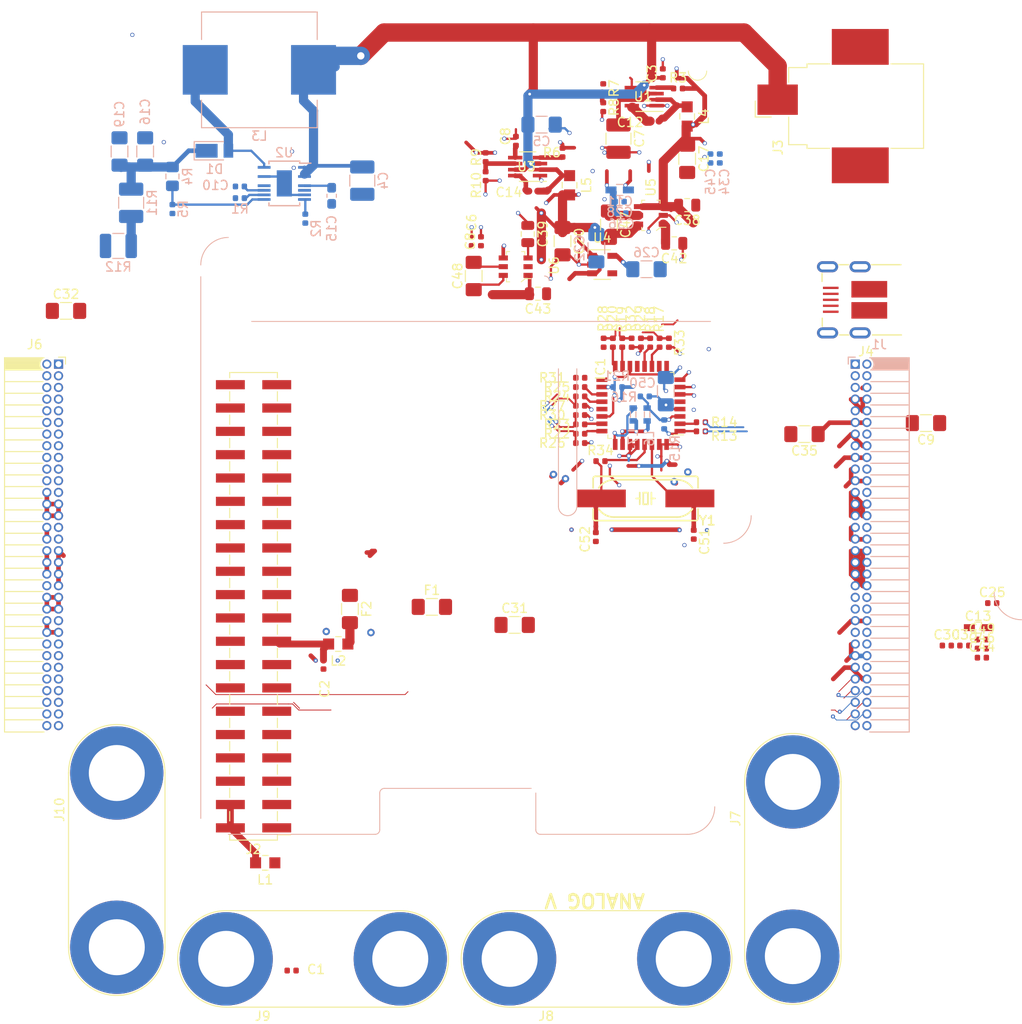
<source format=kicad_pcb>
(kicad_pcb (version 20171130) (host pcbnew "(5.0.2)-1")
  (layers (0 F.Cu signal) (1 In1.Cu signal) (2 In2.Cu signal) (31 B.Cu signal) (34 B.Paste user) (35 F.Paste user) (36 B.SilkS user) (37 F.SilkS user) (38 B.Mask user) (39 F.Mask user) (44 Edge.Cuts user))
  (net 0 "")
  (net 1 GND)
  (net 2 +5V)
  (net 3 /USB/D00-)
  (net 4 /USB/D00+)
  (net 5 "Net-(J4-Pad4)")
  (net 6 +3V3)
  (net 7 -3V3)
  (net 8 "Net-(C48-Pad1)")
  (net 9 "Net-(C48-Pad2)")
  (net 10 "Net-(C47-Pad2)")
  (net 11 "Net-(C47-Pad1)")
  (net 12 -5V)
  (net 13 "Net-(IC1-Pad25)")
  (net 14 "Net-(IC1-Pad17)")
  (net 15 "Net-(IC1-Pad9)")
  (net 16 /USB/D0+)
  (net 17 /USB/D0-)
  (net 18 "Net-(IC1-Pad3)")
  (net 19 "Net-(C50-Pad2)")
  (net 20 "Net-(IC1-Pad5)")
  (net 21 "Net-(IC1-Pad10)")
  (net 22 "Net-(IC1-Pad11)")
  (net 23 "Net-(IC1-Pad12)")
  (net 24 "Net-(IC1-Pad13)")
  (net 25 "Net-(IC1-Pad15)")
  (net 26 "Net-(IC1-Pad16)")
  (net 27 "Net-(IC1-Pad19)")
  (net 28 "Net-(IC1-Pad20)")
  (net 29 "Net-(IC1-Pad21)")
  (net 30 "Net-(IC1-Pad23)")
  (net 31 "Net-(IC1-Pad24)")
  (net 32 "Net-(IC1-Pad29)")
  (net 33 "Net-(C51-Pad1)")
  (net 34 "Net-(C14-Pad1)")
  (net 35 "Net-(F1-Pad2)")
  (net 36 "Net-(C1-Pad1)")
  (net 37 "Net-(C2-Pad1)")
  (net 38 "Net-(F2-Pad2)")
  (net 39 "Net-(C12-Pad1)")
  (net 40 HT)
  (net 41 "Net-(C16-Pad1)")
  (net 42 "Net-(R12-Pad1)")
  (net 43 "Net-(R4-Pad1)")
  (net 44 "Net-(R1-Pad2)")
  (net 45 "Net-(R2-Pad2)")
  (net 46 "Net-(R3-Pad1)")
  (net 47 "Net-(R6-Pad1)")
  (net 48 "Net-(R7-Pad2)")
  (net 49 "Net-(R10-Pad1)")
  (net 50 "Net-(C52-Pad2)")
  (net 51 DM3)
  (net 52 "Net-(U4-Pad4)")
  (net 53 +1V8)
  (net 54 +12V)
  (net 55 "Net-(C15-Pad1)")
  (net 56 "Net-(D1-Pad2)")
  (net 57 "Net-(U2-Pad6)")
  (net 58 "Net-(C10-Pad1)")
  (net 59 VAA)
  (net 60 VD)
  (net 61 LO)
  (net 62 VDC)
  (net 63 S3)
  (net 64 S2)
  (net 65 S1)
  (net 66 S0)
  (net 67 SCLK0)
  (net 68 MOSI0)
  (net 69 MISO0)
  (net 70 "Net-(J2-Pad3)")
  (net 71 "Net-(J2-Pad5)")
  (net 72 "Net-(J2-Pad7)")
  (net 73 /Master/RX)
  (net 74 /Master/TX)
  (net 75 "Net-(J2-Pad11)")
  (net 76 "Net-(J2-Pad12)")
  (net 77 "Net-(J2-Pad13)")
  (net 78 "Net-(J2-Pad24)")
  (net 79 "Net-(J2-Pad26)")
  (net 80 "Net-(J2-Pad27)")
  (net 81 "Net-(J2-Pad28)")
  (net 82 "Net-(J2-Pad29)")
  (net 83 "Net-(J2-Pad31)")
  (net 84 "Net-(J2-Pad32)")
  (net 85 "Net-(J2-Pad33)")
  (net 86 "Net-(J2-Pad35)")
  (net 87 "Net-(J2-Pad36)")
  (net 88 "Net-(J2-Pad37)")
  (net 89 "Net-(J2-Pad38)")
  (net 90 "Net-(J2-Pad40)")
  (net 91 "Net-(C6-Pad2)")
  (net 92 "Net-(C8-Pad2)")
  (net 93 "Net-(C12-Pad2)")
  (net 94 "Net-(C14-Pad2)")
  (net 95 "Net-(J1-Pad25)")
  (net 96 D4-)
  (net 97 D1-)
  (net 98 D3-)
  (net 99 D4+)
  (net 100 D2+)
  (net 101 D1+)
  (net 102 D3+)
  (net 103 D2-)
  (net 104 "Net-(J6-Pad55)")
  (net 105 "Net-(J6-Pad53)")
  (net 106 "Net-(J6-Pad45)")
  (net 107 "Net-(J6-Pad25)")
  (net 108 "Net-(J6-Pad19)")
  (net 109 "Net-(J1-Pad5)")
  (net 110 "Net-(J1-Pad19)")
  (net 111 "Net-(J1-Pad45)")
  (net 112 "Net-(J6-Pad57)")
  (net 113 "Net-(J6-Pad54)")
  (net 114 "Net-(J6-Pad48)")
  (net 115 "Net-(J1-Pad48)")
  (net 116 "Net-(J1-Pad53)")
  (module .pretty:C_0402_1005Metric (layer F.Cu) (at 229.108 69.088 180)
    (fp_text reference C12 (at 2.663896 -0.12841 180) (layer F.SilkS))
    (fp_text value 100nF)
    (pad 2 smd roundrect (at 0.485 0 180) (size 0.59 0.64) (layers F.Cu F.Paste F.Mask) (net 93 "Net-(C12-Pad2)"))
    (pad 1 smd roundrect (at -0.485 0 180) (size 0.59 0.64) (layers F.Cu F.Paste F.Mask) (net 39 "Net-(C12-Pad1)"))
  )
  (module .pretty:SOT-23-8_Handsoldering (layer F.Cu) (at 227.979065 66.418225 180)
    (fp_text reference U1 (at 0.123896 -0.00141 180) (layer F.SilkS))
    (fp_text value TPS563210)
    (pad 1 smd rect (at -1.35 -0.98 180) (size 1.56 0.4) (layers F.Cu F.Paste F.Mask) (net 1 GND))
    (pad 2 smd rect (at -1.35 -0.33 180) (size 1.56 0.4) (layers F.Cu F.Paste F.Mask) (net 39 "Net-(C12-Pad1)"))
    (pad 3 smd rect (at -1.35 0.33 180) (size 1.56 0.4) (layers F.Cu F.Paste F.Mask) (net 54 +12V))
    (pad 4 smd rect (at -1.35 0.98 180) (size 1.56 0.4) (layers F.Cu F.Paste F.Mask) (net 46 "Net-(R3-Pad1)"))
    (pad 5 smd rect (at 1.35 0.98 180) (size 1.56 0.4) (layers F.Cu F.Paste F.Mask) (net 91 "Net-(C6-Pad2)"))
    (pad 6 smd rect (at 1.35 0.33 180) (size 1.56 0.4) (layers F.Cu F.Paste F.Mask) (net 48 "Net-(R7-Pad2)"))
    (pad 7 smd rect (at 1.35 -0.33 180) (size 1.56 0.4) (layers F.Cu F.Paste F.Mask) (net 54 +12V))
    (pad 8 smd rect (at 1.35 -0.98 180) (size 1.56 0.4) (layers F.Cu F.Paste F.Mask) (net 93 "Net-(C12-Pad2)"))
  )
  (module Connector_PinSocket_1.27mm:PinSocket_2x32_P1.27mm_Horizontal (layer F.Cu) (at 164.16816 95.548158)
    (fp_text reference J6 (at -2.5925 -2.135) (layer F.SilkS))
    (fp_text value Conn_02x32_Counter_Clockwise_MountingPin)
    (pad 64 thru_hole oval (at -1.27 39.37) (size 1 1) (drill 0.65) (layers *.Cu *.Mask) (net 62 VDC))
    (pad 63 thru_hole oval (at 0 39.37) (size 1 1) (drill 0.65) (layers *.Cu *.Mask) (net 61 LO))
    (pad 62 thru_hole oval (at -1.27 38.1) (size 1 1) (drill 0.65) (layers *.Cu *.Mask) (net 62 VDC))
    (pad 61 thru_hole oval (at 0 38.1) (size 1 1) (drill 0.65) (layers *.Cu *.Mask) (net 61 LO))
    (pad 60 thru_hole oval (at -1.27 36.83) (size 1 1) (drill 0.65) (layers *.Cu *.Mask) (net 62 VDC))
    (pad 59 thru_hole oval (at 0 36.83) (size 1 1) (drill 0.65) (layers *.Cu *.Mask) (net 61 LO))
    (pad 58 thru_hole oval (at -1.27 35.56) (size 1 1) (drill 0.65) (layers *.Cu *.Mask) (net 62 VDC))
    (pad 57 thru_hole oval (at 0 35.56) (size 1 1) (drill 0.65) (layers *.Cu *.Mask) (net 112 "Net-(J6-Pad57)"))
    (pad 56 thru_hole oval (at -1.27 34.29) (size 1 1) (drill 0.65) (layers *.Cu *.Mask) (net 62 VDC))
    (pad 55 thru_hole oval (at 0 34.29) (size 1 1) (drill 0.65) (layers *.Cu *.Mask) (net 104 "Net-(J6-Pad55)"))
    (pad 54 thru_hole oval (at -1.27 33.02) (size 1 1) (drill 0.65) (layers *.Cu *.Mask) (net 113 "Net-(J6-Pad54)"))
    (pad 53 thru_hole oval (at 0 33.02) (size 1 1) (drill 0.65) (layers *.Cu *.Mask) (net 105 "Net-(J6-Pad53)"))
    (pad 52 thru_hole oval (at -1.27 31.75) (size 1 1) (drill 0.65) (layers *.Cu *.Mask) (net 60 VD))
    (pad 51 thru_hole oval (at 0 31.75) (size 1 1) (drill 0.65) (layers *.Cu *.Mask) (net 60 VD))
    (pad 50 thru_hole oval (at -1.27 30.48) (size 1 1) (drill 0.65) (layers *.Cu *.Mask) (net 60 VD))
    (pad 49 thru_hole oval (at 0 30.48) (size 1 1) (drill 0.65) (layers *.Cu *.Mask) (net 60 VD))
    (pad 48 thru_hole oval (at -1.27 29.21) (size 1 1) (drill 0.65) (layers *.Cu *.Mask) (net 114 "Net-(J6-Pad48)"))
    (pad 47 thru_hole oval (at 0 29.21) (size 1 1) (drill 0.65) (layers *.Cu *.Mask) (net 60 VD))
    (pad 46 thru_hole oval (at -1.27 27.94) (size 1 1) (drill 0.65) (layers *.Cu *.Mask) (net 1 GND))
    (pad 45 thru_hole oval (at 0 27.94) (size 1 1) (drill 0.65) (layers *.Cu *.Mask) (net 106 "Net-(J6-Pad45)"))
    (pad 44 thru_hole oval (at -1.27 26.67) (size 1 1) (drill 0.65) (layers *.Cu *.Mask) (net 1 GND))
    (pad 43 thru_hole oval (at 0 26.67) (size 1 1) (drill 0.65) (layers *.Cu *.Mask) (net 59 VAA))
    (pad 42 thru_hole oval (at -1.27 25.4) (size 1 1) (drill 0.65) (layers *.Cu *.Mask) (net 1 GND))
    (pad 41 thru_hole oval (at 0 25.4) (size 1 1) (drill 0.65) (layers *.Cu *.Mask) (net 59 VAA))
    (pad 40 thru_hole oval (at -1.27 24.13) (size 1 1) (drill 0.65) (layers *.Cu *.Mask) (net 6 +3V3))
    (pad 39 thru_hole oval (at 0 24.13) (size 1 1) (drill 0.65) (layers *.Cu *.Mask) (net 59 VAA))
    (pad 38 thru_hole oval (at -1.27 22.86) (size 1 1) (drill 0.65) (layers *.Cu *.Mask) (net 6 +3V3))
    (pad 37 thru_hole oval (at 0 22.86) (size 1 1) (drill 0.65) (layers *.Cu *.Mask) (net 1 GND))
    (pad 36 thru_hole oval (at -1.27 21.59) (size 1 1) (drill 0.65) (layers *.Cu *.Mask) (net 6 +3V3))
    (pad 35 thru_hole oval (at 0 21.59) (size 1 1) (drill 0.65) (layers *.Cu *.Mask) (net 6 +3V3))
    (pad 34 thru_hole oval (at -1.27 20.32) (size 1 1) (drill 0.65) (layers *.Cu *.Mask) (net 6 +3V3))
    (pad 33 thru_hole oval (at 0 20.32) (size 1 1) (drill 0.65) (layers *.Cu *.Mask) (net 6 +3V3))
    (pad 32 thru_hole oval (at -1.27 19.05) (size 1 1) (drill 0.65) (layers *.Cu *.Mask) (net 1 GND))
    (pad 31 thru_hole oval (at 0 19.05) (size 1 1) (drill 0.65) (layers *.Cu *.Mask) (net 1 GND))
    (pad 30 thru_hole oval (at -1.27 17.78) (size 1 1) (drill 0.65) (layers *.Cu *.Mask) (net 53 +1V8))
    (pad 29 thru_hole oval (at 0 17.78) (size 1 1) (drill 0.65) (layers *.Cu *.Mask) (net 7 -3V3))
    (pad 28 thru_hole oval (at -1.27 16.51) (size 1 1) (drill 0.65) (layers *.Cu *.Mask) (net 53 +1V8))
    (pad 27 thru_hole oval (at 0 16.51) (size 1 1) (drill 0.65) (layers *.Cu *.Mask) (net 7 -3V3))
    (pad 26 thru_hole oval (at -1.27 15.24) (size 1 1) (drill 0.65) (layers *.Cu *.Mask) (net 53 +1V8))
    (pad 25 thru_hole oval (at 0 15.24) (size 1 1) (drill 0.65) (layers *.Cu *.Mask) (net 107 "Net-(J6-Pad25)"))
    (pad 24 thru_hole oval (at -1.27 13.97) (size 1 1) (drill 0.65) (layers *.Cu *.Mask) (net 1 GND))
    (pad 23 thru_hole oval (at 0 13.97) (size 1 1) (drill 0.65) (layers *.Cu *.Mask) (net 40 HT))
    (pad 22 thru_hole oval (at -1.27 12.7) (size 1 1) (drill 0.65) (layers *.Cu *.Mask) (net 12 -5V))
    (pad 21 thru_hole oval (at 0 12.7) (size 1 1) (drill 0.65) (layers *.Cu *.Mask) (net 40 HT))
    (pad 20 thru_hole oval (at -1.27 11.43) (size 1 1) (drill 0.65) (layers *.Cu *.Mask) (net 12 -5V))
    (pad 19 thru_hole oval (at 0 11.43) (size 1 1) (drill 0.65) (layers *.Cu *.Mask) (net 108 "Net-(J6-Pad19)"))
    (pad 18 thru_hole oval (at -1.27 10.16) (size 1 1) (drill 0.65) (layers *.Cu *.Mask) (net 63 S3))
    (pad 17 thru_hole oval (at 0 10.16) (size 1 1) (drill 0.65) (layers *.Cu *.Mask) (net 2 +5V))
    (pad 16 thru_hole oval (at -1.27 8.89) (size 1 1) (drill 0.65) (layers *.Cu *.Mask) (net 64 S2))
    (pad 15 thru_hole oval (at 0 8.89) (size 1 1) (drill 0.65) (layers *.Cu *.Mask) (net 2 +5V))
    (pad 14 thru_hole oval (at -1.27 7.62) (size 1 1) (drill 0.65) (layers *.Cu *.Mask) (net 65 S1))
    (pad 13 thru_hole oval (at 0 7.62) (size 1 1) (drill 0.65) (layers *.Cu *.Mask) (net 2 +5V))
    (pad 12 thru_hole oval (at -1.27 6.35) (size 1 1) (drill 0.65) (layers *.Cu *.Mask) (net 66 S0))
    (pad 11 thru_hole oval (at 0 6.35) (size 1 1) (drill 0.65) (layers *.Cu *.Mask) (net 54 +12V))
    (pad 10 thru_hole oval (at -1.27 5.08) (size 1 1) (drill 0.65) (layers *.Cu *.Mask) (net 67 SCLK0))
    (pad 9 thru_hole oval (at 0 5.08) (size 1 1) (drill 0.65) (layers *.Cu *.Mask) (net 54 +12V))
    (pad 8 thru_hole oval (at -1.27 3.81) (size 1 1) (drill 0.65) (layers *.Cu *.Mask) (net 68 MOSI0))
    (pad 7 thru_hole oval (at 0 3.81) (size 1 1) (drill 0.65) (layers *.Cu *.Mask) (net 1 GND))
    (pad 6 thru_hole oval (at -1.27 2.54) (size 1 1) (drill 0.65) (layers *.Cu *.Mask) (net 69 MISO0))
    (pad 5 thru_hole oval (at 0 2.54) (size 1 1) (drill 0.65) (layers *.Cu *.Mask) (net 1 GND))
    (pad 4 thru_hole oval (at -1.27 1.27) (size 1 1) (drill 0.65) (layers *.Cu *.Mask) (net 1 GND))
    (pad 3 thru_hole oval (at 0 1.27) (size 1 1) (drill 0.65) (layers *.Cu *.Mask) (net 100 D2+))
    (pad 2 thru_hole oval (at -1.27 0) (size 1 1) (drill 0.65) (layers *.Cu *.Mask) (net 1 GND))
    (pad 1 thru_hole rect (at 0 0) (size 1 1) (drill 0.65) (layers *.Cu *.Mask) (net 103 D2-))
  )
  (module Capacitor_SMD:C_1206_3216Metric_Pad1.42x1.75mm_HandSolder (layer F.Cu) (at 164.9857 89.7509)
    (fp_text reference C32 (at 0 -1.82) (layer F.SilkS))
    (fp_text value .1uF)
    (pad 1 smd roundrect (at -1.4875 0) (size 1.425 1.75) (layers F.Cu F.Paste F.Mask) (roundrect_rratio 0.175439) (net 40 HT))
    (pad 2 smd roundrect (at 1.4875 0) (size 1.425 1.75) (layers F.Cu F.Paste F.Mask) (roundrect_rratio 0.175439) (net 1 GND))
  )
  (module Connector_PinSocket_1.27mm:PinSocket_2x32_P1.27mm_Horizontal (layer B.Cu) (at 250.9774 95.548158 180)
    (fp_text reference J1 (at -2.5925 2.135 180) (layer B.SilkS) (effects (justify mirror)))
    (fp_text value Conn_02x32_Counter_Clockwise_MountingPin)
    (pad 1 thru_hole rect (at 0 0 180) (size 1 1) (drill 0.65) (layers *.Cu *.Mask) (net 98 D3-))
    (pad 2 thru_hole oval (at -1.27 0 180) (size 1 1) (drill 0.65) (layers *.Cu *.Mask) (net 1 GND))
    (pad 3 thru_hole oval (at 0 -1.27 180) (size 1 1) (drill 0.65) (layers *.Cu *.Mask) (net 102 D3+))
    (pad 4 thru_hole oval (at -1.27 -1.27 180) (size 1 1) (drill 0.65) (layers *.Cu *.Mask) (net 1 GND))
    (pad 5 thru_hole oval (at 0 -2.54 180) (size 1 1) (drill 0.65) (layers *.Cu *.Mask) (net 109 "Net-(J1-Pad5)"))
    (pad 6 thru_hole oval (at -1.27 -2.54 180) (size 1 1) (drill 0.65) (layers *.Cu *.Mask) (net 69 MISO0))
    (pad 7 thru_hole oval (at 0 -3.81 180) (size 1 1) (drill 0.65) (layers *.Cu *.Mask) (net 1 GND))
    (pad 8 thru_hole oval (at -1.27 -3.81 180) (size 1 1) (drill 0.65) (layers *.Cu *.Mask) (net 68 MOSI0))
    (pad 9 thru_hole oval (at 0 -5.08 180) (size 1 1) (drill 0.65) (layers *.Cu *.Mask) (net 54 +12V))
    (pad 10 thru_hole oval (at -1.27 -5.08 180) (size 1 1) (drill 0.65) (layers *.Cu *.Mask) (net 67 SCLK0))
    (pad 11 thru_hole oval (at 0 -6.35 180) (size 1 1) (drill 0.65) (layers *.Cu *.Mask) (net 54 +12V))
    (pad 12 thru_hole oval (at -1.27 -6.35 180) (size 1 1) (drill 0.65) (layers *.Cu *.Mask) (net 66 S0))
    (pad 13 thru_hole oval (at 0 -7.62 180) (size 1 1) (drill 0.65) (layers *.Cu *.Mask) (net 2 +5V))
    (pad 14 thru_hole oval (at -1.27 -7.62 180) (size 1 1) (drill 0.65) (layers *.Cu *.Mask) (net 65 S1))
    (pad 15 thru_hole oval (at 0 -8.89 180) (size 1 1) (drill 0.65) (layers *.Cu *.Mask) (net 2 +5V))
    (pad 16 thru_hole oval (at -1.27 -8.89 180) (size 1 1) (drill 0.65) (layers *.Cu *.Mask) (net 64 S2))
    (pad 17 thru_hole oval (at 0 -10.16 180) (size 1 1) (drill 0.65) (layers *.Cu *.Mask) (net 2 +5V))
    (pad 18 thru_hole oval (at -1.27 -10.16 180) (size 1 1) (drill 0.65) (layers *.Cu *.Mask) (net 63 S3))
    (pad 19 thru_hole oval (at 0 -11.43 180) (size 1 1) (drill 0.65) (layers *.Cu *.Mask) (net 110 "Net-(J1-Pad19)"))
    (pad 20 thru_hole oval (at -1.27 -11.43 180) (size 1 1) (drill 0.65) (layers *.Cu *.Mask) (net 12 -5V))
    (pad 21 thru_hole oval (at 0 -12.7 180) (size 1 1) (drill 0.65) (layers *.Cu *.Mask) (net 40 HT))
    (pad 22 thru_hole oval (at -1.27 -12.7 180) (size 1 1) (drill 0.65) (layers *.Cu *.Mask) (net 12 -5V))
    (pad 23 thru_hole oval (at 0 -13.97 180) (size 1 1) (drill 0.65) (layers *.Cu *.Mask) (net 40 HT))
    (pad 24 thru_hole oval (at -1.27 -13.97 180) (size 1 1) (drill 0.65) (layers *.Cu *.Mask) (net 1 GND))
    (pad 25 thru_hole oval (at 0 -15.24 180) (size 1 1) (drill 0.65) (layers *.Cu *.Mask) (net 95 "Net-(J1-Pad25)"))
    (pad 26 thru_hole oval (at -1.27 -15.24 180) (size 1 1) (drill 0.65) (layers *.Cu *.Mask) (net 53 +1V8))
    (pad 27 thru_hole oval (at 0 -16.51 180) (size 1 1) (drill 0.65) (layers *.Cu *.Mask) (net 7 -3V3))
    (pad 28 thru_hole oval (at -1.27 -16.51 180) (size 1 1) (drill 0.65) (layers *.Cu *.Mask) (net 53 +1V8))
    (pad 29 thru_hole oval (at 0 -17.78 180) (size 1 1) (drill 0.65) (layers *.Cu *.Mask) (net 7 -3V3))
    (pad 30 thru_hole oval (at -1.27 -17.78 180) (size 1 1) (drill 0.65) (layers *.Cu *.Mask) (net 53 +1V8))
    (pad 31 thru_hole oval (at 0 -19.05 180) (size 1 1) (drill 0.65) (layers *.Cu *.Mask) (net 1 GND))
    (pad 32 thru_hole oval (at -1.27 -19.05 180) (size 1 1) (drill 0.65) (layers *.Cu *.Mask) (net 1 GND))
    (pad 33 thru_hole oval (at 0 -20.32 180) (size 1 1) (drill 0.65) (layers *.Cu *.Mask) (net 6 +3V3))
    (pad 34 thru_hole oval (at -1.27 -20.32 180) (size 1 1) (drill 0.65) (layers *.Cu *.Mask) (net 6 +3V3))
    (pad 35 thru_hole oval (at 0 -21.59 180) (size 1 1) (drill 0.65) (layers *.Cu *.Mask) (net 6 +3V3))
    (pad 36 thru_hole oval (at -1.27 -21.59 180) (size 1 1) (drill 0.65) (layers *.Cu *.Mask) (net 6 +3V3))
    (pad 37 thru_hole oval (at 0 -22.86 180) (size 1 1) (drill 0.65) (layers *.Cu *.Mask) (net 1 GND))
    (pad 38 thru_hole oval (at -1.27 -22.86 180) (size 1 1) (drill 0.65) (layers *.Cu *.Mask) (net 6 +3V3))
    (pad 39 thru_hole oval (at 0 -24.13 180) (size 1 1) (drill 0.65) (layers *.Cu *.Mask) (net 59 VAA))
    (pad 40 thru_hole oval (at -1.27 -24.13 180) (size 1 1) (drill 0.65) (layers *.Cu *.Mask) (net 6 +3V3))
    (pad 41 thru_hole oval (at 0 -25.4 180) (size 1 1) (drill 0.65) (layers *.Cu *.Mask) (net 59 VAA))
    (pad 42 thru_hole oval (at -1.27 -25.4 180) (size 1 1) (drill 0.65) (layers *.Cu *.Mask) (net 1 GND))
    (pad 43 thru_hole oval (at 0 -26.67 180) (size 1 1) (drill 0.65) (layers *.Cu *.Mask) (net 59 VAA))
    (pad 44 thru_hole oval (at -1.27 -26.67 180) (size 1 1) (drill 0.65) (layers *.Cu *.Mask) (net 1 GND))
    (pad 45 thru_hole oval (at 0 -27.94 180) (size 1 1) (drill 0.65) (layers *.Cu *.Mask) (net 111 "Net-(J1-Pad45)"))
    (pad 46 thru_hole oval (at -1.27 -27.94 180) (size 1 1) (drill 0.65) (layers *.Cu *.Mask) (net 1 GND))
    (pad 47 thru_hole oval (at 0 -29.21 180) (size 1 1) (drill 0.65) (layers *.Cu *.Mask) (net 60 VD))
    (pad 48 thru_hole oval (at -1.27 -29.21 180) (size 1 1) (drill 0.65) (layers *.Cu *.Mask) (net 115 "Net-(J1-Pad48)"))
    (pad 49 thru_hole oval (at 0 -30.48 180) (size 1 1) (drill 0.65) (layers *.Cu *.Mask) (net 60 VD))
    (pad 50 thru_hole oval (at -1.27 -30.48 180) (size 1 1) (drill 0.65) (layers *.Cu *.Mask) (net 60 VD))
    (pad 51 thru_hole oval (at 0 -31.75 180) (size 1 1) (drill 0.65) (layers *.Cu *.Mask) (net 60 VD))
    (pad 52 thru_hole oval (at -1.27 -31.75 180) (size 1 1) (drill 0.65) (layers *.Cu *.Mask) (net 60 VD))
    (pad 53 thru_hole oval (at 0 -33.02 180) (size 1 1) (drill 0.65) (layers *.Cu *.Mask) (net 116 "Net-(J1-Pad53)"))
    (pad 54 thru_hole oval (at -1.27 -33.02 180) (size 1 1) (drill 0.65) (layers *.Cu *.Mask) (net 62 VDC))
    (pad 55 thru_hole oval (at 0 -34.29 180) (size 1 1) (drill 0.65) (layers *.Cu *.Mask) (net 62 VDC))
    (pad 56 thru_hole oval (at -1.27 -34.29 180) (size 1 1) (drill 0.65) (layers *.Cu *.Mask) (net 62 VDC))
    (pad 57 thru_hole oval (at 0 -35.56 180) (size 1 1) (drill 0.65) (layers *.Cu *.Mask) (net 62 VDC))
    (pad 58 thru_hole oval (at -1.27 -35.56 180) (size 1 1) (drill 0.65) (layers *.Cu *.Mask) (net 62 VDC))
    (pad 59 thru_hole oval (at 0 -36.83 180) (size 1 1) (drill 0.65) (layers *.Cu *.Mask) (net 61 LO))
    (pad 60 thru_hole oval (at -1.27 -36.83 180) (size 1 1) (drill 0.65) (layers *.Cu *.Mask) (net 62 VDC))
    (pad 61 thru_hole oval (at 0 -38.1 180) (size 1 1) (drill 0.65) (layers *.Cu *.Mask) (net 61 LO))
    (pad 62 thru_hole oval (at -1.27 -38.1 180) (size 1 1) (drill 0.65) (layers *.Cu *.Mask) (net 62 VDC))
    (pad 63 thru_hole oval (at 0 -39.37 180) (size 1 1) (drill 0.65) (layers *.Cu *.Mask) (net 61 LO))
    (pad 64 thru_hole oval (at -1.27 -39.37 180) (size 1 1) (drill 0.65) (layers *.Cu *.Mask) (net 62 VDC))
  )
  (module Connector_PinHeader_2.54mm:PinHeader_2x20_P2.54mm_Vertical_SMD (layer F.Cu) (at 185.42 121.92 180)
    (fp_text reference J2 (at 0 -26.46 180) (layer F.SilkS))
    (fp_text value Raspberry_Pi_2_3)
    (pad 1 smd rect (at -2.525 -24.13 180) (size 3.15 1) (layers F.Cu F.Paste F.Mask) (net 37 "Net-(C2-Pad1)"))
    (pad 2 smd rect (at 2.525 -24.13 180) (size 3.15 1) (layers F.Cu F.Paste F.Mask) (net 36 "Net-(C1-Pad1)"))
    (pad 3 smd rect (at -2.525 -21.59 180) (size 3.15 1) (layers F.Cu F.Paste F.Mask) (net 70 "Net-(J2-Pad3)"))
    (pad 4 smd rect (at 2.525 -21.59 180) (size 3.15 1) (layers F.Cu F.Paste F.Mask) (net 36 "Net-(C1-Pad1)"))
    (pad 5 smd rect (at -2.525 -19.05 180) (size 3.15 1) (layers F.Cu F.Paste F.Mask) (net 71 "Net-(J2-Pad5)"))
    (pad 6 smd rect (at 2.525 -19.05 180) (size 3.15 1) (layers F.Cu F.Paste F.Mask) (net 1 GND))
    (pad 7 smd rect (at -2.525 -16.51 180) (size 3.15 1) (layers F.Cu F.Paste F.Mask) (net 72 "Net-(J2-Pad7)"))
    (pad 8 smd rect (at 2.525 -16.51 180) (size 3.15 1) (layers F.Cu F.Paste F.Mask) (net 73 /Master/RX))
    (pad 9 smd rect (at -2.525 -13.97 180) (size 3.15 1) (layers F.Cu F.Paste F.Mask) (net 1 GND))
    (pad 10 smd rect (at 2.525 -13.97 180) (size 3.15 1) (layers F.Cu F.Paste F.Mask) (net 74 /Master/TX))
    (pad 11 smd rect (at -2.525 -11.43 180) (size 3.15 1) (layers F.Cu F.Paste F.Mask) (net 75 "Net-(J2-Pad11)"))
    (pad 12 smd rect (at 2.525 -11.43 180) (size 3.15 1) (layers F.Cu F.Paste F.Mask) (net 76 "Net-(J2-Pad12)"))
    (pad 13 smd rect (at -2.525 -8.89 180) (size 3.15 1) (layers F.Cu F.Paste F.Mask) (net 77 "Net-(J2-Pad13)"))
    (pad 14 smd rect (at 2.525 -8.89 180) (size 3.15 1) (layers F.Cu F.Paste F.Mask) (net 1 GND))
    (pad 15 smd rect (at -2.525 -6.35 180) (size 3.15 1) (layers F.Cu F.Paste F.Mask) (net 63 S3))
    (pad 16 smd rect (at 2.525 -6.35 180) (size 3.15 1) (layers F.Cu F.Paste F.Mask) (net 64 S2))
    (pad 17 smd rect (at -2.525 -3.81 180) (size 3.15 1) (layers F.Cu F.Paste F.Mask) (net 37 "Net-(C2-Pad1)"))
    (pad 18 smd rect (at 2.525 -3.81 180) (size 3.15 1) (layers F.Cu F.Paste F.Mask) (net 65 S1))
    (pad 19 smd rect (at -2.525 -1.27 180) (size 3.15 1) (layers F.Cu F.Paste F.Mask) (net 68 MOSI0))
    (pad 20 smd rect (at 2.525 -1.27 180) (size 3.15 1) (layers F.Cu F.Paste F.Mask) (net 1 GND))
    (pad 21 smd rect (at -2.525 1.27 180) (size 3.15 1) (layers F.Cu F.Paste F.Mask) (net 69 MISO0))
    (pad 22 smd rect (at 2.525 1.27 180) (size 3.15 1) (layers F.Cu F.Paste F.Mask) (net 66 S0))
    (pad 23 smd rect (at -2.525 3.81 180) (size 3.15 1) (layers F.Cu F.Paste F.Mask) (net 67 SCLK0))
    (pad 24 smd rect (at 2.525 3.81 180) (size 3.15 1) (layers F.Cu F.Paste F.Mask) (net 78 "Net-(J2-Pad24)"))
    (pad 25 smd rect (at -2.525 6.35 180) (size 3.15 1) (layers F.Cu F.Paste F.Mask) (net 1 GND))
    (pad 26 smd rect (at 2.525 6.35 180) (size 3.15 1) (layers F.Cu F.Paste F.Mask) (net 79 "Net-(J2-Pad26)"))
    (pad 27 smd rect (at -2.525 8.89 180) (size 3.15 1) (layers F.Cu F.Paste F.Mask) (net 80 "Net-(J2-Pad27)"))
    (pad 28 smd rect (at 2.525 8.89 180) (size 3.15 1) (layers F.Cu F.Paste F.Mask) (net 81 "Net-(J2-Pad28)"))
    (pad 29 smd rect (at -2.525 11.43 180) (size 3.15 1) (layers F.Cu F.Paste F.Mask) (net 82 "Net-(J2-Pad29)"))
    (pad 30 smd rect (at 2.525 11.43 180) (size 3.15 1) (layers F.Cu F.Paste F.Mask) (net 1 GND))
    (pad 31 smd rect (at -2.525 13.97 180) (size 3.15 1) (layers F.Cu F.Paste F.Mask) (net 83 "Net-(J2-Pad31)"))
    (pad 32 smd rect (at 2.525 13.97 180) (size 3.15 1) (layers F.Cu F.Paste F.Mask) (net 84 "Net-(J2-Pad32)"))
    (pad 33 smd rect (at -2.525 16.51 180) (size 3.15 1) (layers F.Cu F.Paste F.Mask) (net 85 "Net-(J2-Pad33)"))
    (pad 34 smd rect (at 2.525 16.51 180) (size 3.15 1) (layers F.Cu F.Paste F.Mask) (net 1 GND))
    (pad 35 smd rect (at -2.525 19.05 180) (size 3.15 1) (layers F.Cu F.Paste F.Mask) (net 86 "Net-(J2-Pad35)"))
    (pad 36 smd rect (at 2.525 19.05 180) (size 3.15 1) (layers F.Cu F.Paste F.Mask) (net 87 "Net-(J2-Pad36)"))
    (pad 37 smd rect (at -2.525 21.59 180) (size 3.15 1) (layers F.Cu F.Paste F.Mask) (net 88 "Net-(J2-Pad37)"))
    (pad 38 smd rect (at 2.525 21.59 180) (size 3.15 1) (layers F.Cu F.Paste F.Mask) (net 89 "Net-(J2-Pad38)"))
    (pad 39 smd rect (at -2.525 24.13 180) (size 3.15 1) (layers F.Cu F.Paste F.Mask) (net 1 GND))
    (pad 40 smd rect (at 2.525 24.13 180) (size 3.15 1) (layers F.Cu F.Paste F.Mask) (net 90 "Net-(J2-Pad40)"))
  )
  (module .pretty:C_0402_1005Metric (layer F.Cu) (at 189.56816 161.588158)
    (fp_text reference C1 (at 2.663896 -0.12841) (layer F.SilkS))
    (fp_text value 100nF)
    (pad 2 smd roundrect (at 0.485 0) (size 0.59 0.64) (layers F.Cu F.Paste F.Mask) (net 1 GND))
    (pad 1 smd roundrect (at -0.485 0) (size 0.59 0.64) (layers F.Cu F.Paste F.Mask) (net 36 "Net-(C1-Pad1)"))
  )
  (module .pretty:C_0402_1005Metric (layer F.Cu) (at 193.04 128.27 270)
    (fp_text reference C2 (at 2.663896 -0.12841 270) (layer F.SilkS))
    (fp_text value 100nF)
    (pad 1 smd roundrect (at -0.485 0 270) (size 0.59 0.64) (layers F.Cu F.Paste F.Mask) (net 37 "Net-(C2-Pad1)"))
    (pad 2 smd roundrect (at 0.485 0 270) (size 0.59 0.64) (layers F.Cu F.Paste F.Mask) (net 1 GND))
  )
  (module .pretty:C_0402_1005Metric (layer F.Cu) (at 215.9 76.708 180)
    (fp_text reference C14 (at 2.663896 -0.12841 180) (layer F.SilkS))
    (fp_text value 100nF)
    (pad 2 smd roundrect (at 0.485 0 180) (size 0.59 0.64) (layers F.Cu F.Paste F.Mask) (net 94 "Net-(C14-Pad2)"))
    (pad 1 smd roundrect (at -0.485 0 180) (size 0.59 0.64) (layers F.Cu F.Paste F.Mask) (net 34 "Net-(C14-Pad1)"))
  )
  (module .pretty:C_0603_HandSoldering (layer B.Cu) (at 225.312065 76.578225)
    (fp_text reference C11 (at 0 1.25) (layer B.SilkS) (effects (justify mirror)))
    (fp_text value .1uF)
    (pad 1 smd rect (at -0.95 0) (size 1.2 0.75) (layers B.Cu B.Paste B.Mask) (net 6 +3V3))
    (pad 2 smd rect (at 0.95 0) (size 1.2 0.75) (layers B.Cu B.Paste B.Mask) (net 1 GND))
  )
  (module .pretty:C_0603_HandSoldering (layer F.Cu) (at 264.364361 124.245159)
    (fp_text reference C13 (at 0 -1.25) (layer F.SilkS))
    (fp_text value .1uF)
    (pad 2 smd rect (at 0.95 0) (size 1.2 0.75) (layers F.Cu F.Paste F.Mask) (net 1 GND))
    (pad 1 smd rect (at -0.95 0) (size 1.2 0.75) (layers F.Cu F.Paste F.Mask) (net 6 +3V3))
  )
  (module .pretty:SOT-23-8_Handsoldering (layer F.Cu) (at 215.279065 74.038225 180)
    (fp_text reference U3 (at 0.123896 -0.00141 180) (layer F.SilkS))
    (fp_text value TPS563210)
    (pad 8 smd rect (at 1.35 -0.98 180) (size 1.56 0.4) (layers F.Cu F.Paste F.Mask) (net 94 "Net-(C14-Pad2)"))
    (pad 7 smd rect (at 1.35 -0.33 180) (size 1.56 0.4) (layers F.Cu F.Paste F.Mask) (net 54 +12V))
    (pad 6 smd rect (at 1.35 0.33 180) (size 1.56 0.4) (layers F.Cu F.Paste F.Mask) (net 49 "Net-(R10-Pad1)"))
    (pad 5 smd rect (at 1.35 0.98 180) (size 1.56 0.4) (layers F.Cu F.Paste F.Mask) (net 92 "Net-(C8-Pad2)"))
    (pad 4 smd rect (at -1.35 0.98 180) (size 1.56 0.4) (layers F.Cu F.Paste F.Mask) (net 47 "Net-(R6-Pad1)"))
    (pad 3 smd rect (at -1.35 0.33 180) (size 1.56 0.4) (layers F.Cu F.Paste F.Mask) (net 54 +12V))
    (pad 2 smd rect (at -1.35 -0.33 180) (size 1.56 0.4) (layers F.Cu F.Paste F.Mask) (net 34 "Net-(C14-Pad1)"))
    (pad 1 smd rect (at -1.35 -0.98 180) (size 1.56 0.4) (layers F.Cu F.Paste F.Mask) (net 1 GND))
  )
  (module Capacitor_SMD:C_1206_3216Metric_Pad1.42x1.75mm_HandSolder (layer B.Cu) (at 216.803065 69.466225)
    (fp_text reference C5 (at 0 1.82) (layer B.SilkS) (effects (justify mirror)))
    (fp_text value 22uF)
    (pad 2 smd roundrect (at 1.4875 0) (size 1.425 1.75) (layers B.Cu B.Paste B.Mask) (roundrect_rratio 0.175439) (net 1 GND))
    (pad 1 smd roundrect (at -1.4875 0) (size 1.425 1.75) (layers B.Cu B.Paste B.Mask) (roundrect_rratio 0.175439) (net 54 +12V))
  )
  (module Capacitor_SMD:C_1206_3216Metric_Pad1.42x1.75mm_HandSolder (layer F.Cu) (at 232.664 73.1885 270)
    (fp_text reference C17 (at 0 -1.82 270) (layer F.SilkS))
    (fp_text value 47uF)
    (pad 1 smd roundrect (at -1.4875 0 270) (size 1.425 1.75) (layers F.Cu F.Paste F.Mask) (roundrect_rratio 0.175439) (net 2 +5V))
    (pad 2 smd roundrect (at 1.4875 0 270) (size 1.425 1.75) (layers F.Cu F.Paste F.Mask) (roundrect_rratio 0.175439) (net 1 GND))
  )
  (module Capacitor_SMD:C_1210_3225Metric_Pad1.42x2.65mm_HandSolder (layer F.Cu) (at 225.181065 70.991635 270)
    (fp_text reference C7 (at 0 -2.28 270) (layer F.SilkS))
    (fp_text value 100uF)
    (pad 1 smd roundrect (at -1.4875 0 270) (size 1.425 2.65) (layers F.Cu F.Paste F.Mask) (roundrect_rratio 0.175439) (net 54 +12V))
    (pad 2 smd roundrect (at 1.4875 0 270) (size 1.425 2.65) (layers F.Cu F.Paste F.Mask) (roundrect_rratio 0.175439) (net 1 GND))
  )
  (module Fuse:Fuse_1206_3216Metric_Pad1.42x1.75mm_HandSolder (layer F.Cu) (at 204.848343 121.986157)
    (fp_text reference F1 (at 0 -1.82) (layer F.SilkS))
    (fp_text value Fuse)
    (pad 2 smd roundrect (at 1.4875 0) (size 1.425 1.75) (layers F.Cu F.Paste F.Mask) (roundrect_rratio 0.175439) (net 35 "Net-(F1-Pad2)"))
    (pad 1 smd roundrect (at -1.4875 0) (size 1.425 1.75) (layers F.Cu F.Paste F.Mask) (roundrect_rratio 0.175439) (net 2 +5V))
  )
  (module Fuse:Fuse_1206_3216Metric_Pad1.42x1.75mm_HandSolder (layer F.Cu) (at 195.91816 122.218158 270)
    (fp_text reference F2 (at 0 -1.82 270) (layer F.SilkS))
    (fp_text value Fuse)
    (pad 1 smd roundrect (at -1.4875 0 270) (size 1.425 1.75) (layers F.Cu F.Paste F.Mask) (roundrect_rratio 0.175439) (net 6 +3V3))
    (pad 2 smd roundrect (at 1.4875 0 270) (size 1.425 1.75) (layers F.Cu F.Paste F.Mask) (roundrect_rratio 0.175439) (net 38 "Net-(F2-Pad2)"))
  )
  (module Resistor_SMD:R_0402_1005Metric (layer F.Cu) (at 231.671 65.532)
    (fp_text reference R3 (at 0 -1.17) (layer F.SilkS))
    (fp_text value 100K)
    (pad 1 smd roundrect (at -0.485 0) (size 0.59 0.64) (layers F.Cu F.Paste F.Mask) (net 46 "Net-(R3-Pad1)"))
    (pad 2 smd roundrect (at 0.485 0) (size 0.59 0.64) (layers F.Cu F.Paste F.Mask) (net 2 +5V))
  )
  (module digikey-footprints:0805 (layer F.Cu) (at 232.664 68.58 270)
    (fp_text reference L4 (at 0 -1.84 270) (layer F.SilkS))
    (fp_text value 3.3uH)
    (pad 2 smd rect (at 1.05 0 270) (size 1.2 1.2) (layers F.Cu F.Paste F.Mask) (net 2 +5V))
    (pad 1 smd rect (at -1.05 0 270) (size 1.2 1.2) (layers F.Cu F.Paste F.Mask) (net 39 "Net-(C12-Pad1)"))
  )
  (module digikey-footprints:SOT-23-6 (layer F.Cu) (at 213.979065 84.936225 90)
    (fp_text reference U6 (at 0.127 4.191 90) (layer F.SilkS))
    (fp_text value LM2776)
    (pad 3 smd rect (at 0.95 1.35 90) (size 0.55 1) (layers F.Cu F.Paste F.Mask) (net 6 +3V3))
    (pad 2 smd rect (at 0 1.35 90) (size 0.55 1) (layers F.Cu F.Paste F.Mask) (net 1 GND))
    (pad 1 smd rect (at -0.95 1.35 90) (size 0.55 1) (layers F.Cu F.Paste F.Mask) (net 7 -3V3))
    (pad 4 smd rect (at 0.95 -1.35 90) (size 0.55 1) (layers F.Cu F.Paste F.Mask) (net 6 +3V3))
    (pad 5 smd rect (at 0 -1.35 90) (size 0.55 1) (layers F.Cu F.Paste F.Mask) (net 8 "Net-(C48-Pad1)"))
    (pad 6 smd rect (at -0.95 -1.35 90) (size 0.55 1) (layers F.Cu F.Paste F.Mask) (net 9 "Net-(C48-Pad2)"))
  )
  (module Capacitor_SMD:C_0402_1005Metric (layer F.Cu) (at 210.199065 82.166225 90)
    (fp_text reference C8 (at 0 -1.17 90) (layer F.SilkS))
    (fp_text value 8.2nF)
    (pad 1 smd roundrect (at -0.485 0 90) (size 0.59 0.64) (layers F.Cu F.Paste F.Mask) (net 1 GND))
    (pad 2 smd roundrect (at 0.485 0 90) (size 0.59 0.64) (layers F.Cu F.Paste F.Mask) (net 92 "Net-(C8-Pad2)"))
  )
  (module Capacitor_SMD:C_0402_1005Metric (layer F.Cu) (at 214.005065 71.245635 270)
    (fp_text reference C8 (at -0.508 1.135896 270) (layer F.SilkS))
    (fp_text value 8.2nF)
    (pad 1 smd roundrect (at -0.485 0 270) (size 0.59 0.64) (layers F.Cu F.Paste F.Mask))
    (pad 2 smd roundrect (at 0.485 0 270) (size 0.59 0.64) (layers F.Cu F.Paste F.Mask))
  )
  (module Capacitor_SMD:C_0402_1005Metric (layer F.Cu) (at 209.183065 82.166225 90)
    (fp_text reference C6 (at 2.032 0 90) (layer F.SilkS))
    (fp_text value 8.2nF)
    (pad 1 smd roundrect (at -0.485 0 90) (size 0.59 0.64) (layers F.Cu F.Paste F.Mask) (net 1 GND))
    (pad 2 smd roundrect (at 0.485 0 90) (size 0.59 0.64) (layers F.Cu F.Paste F.Mask) (net 91 "Net-(C6-Pad2)"))
  )
  (module Capacitor_SMD:C_0805_2012Metric (layer F.Cu) (at 231.251065 82.396225 180)
    (fp_text reference C42 (at 0 -1.65 180) (layer F.SilkS))
    (fp_text value 2.2uF)
    (pad 2 smd roundrect (at 0.9375 0 180) (size 0.975 1.4) (layers F.Cu F.Paste F.Mask) (net 12 -5V))
    (pad 1 smd roundrect (at -0.9375 0 180) (size 0.975 1.4) (layers F.Cu F.Paste F.Mask) (net 1 GND))
  )
  (module Capacitor_SMD:C_0805_2012Metric (layer F.Cu) (at 216.408 87.884 180)
    (fp_text reference C43 (at 0 -1.65 180) (layer F.SilkS))
    (fp_text value 2.2uF)
    (pad 2 smd roundrect (at 0.9375 0 180) (size 0.975 1.4) (layers F.Cu F.Paste F.Mask) (net 7 -3V3))
    (pad 1 smd roundrect (at -0.9375 0 180) (size 0.975 1.4) (layers F.Cu F.Paste F.Mask) (net 1 GND))
  )
  (module Capacitor_SMD:C_0805_2012Metric (layer F.Cu) (at 215.296066 81.380225 270)
    (fp_text reference C39 (at 0 -1.65 270) (layer F.SilkS))
    (fp_text value 2.2uF)
    (pad 1 smd roundrect (at -0.9375 0 270) (size 0.975 1.4) (layers F.Cu F.Paste F.Mask) (net 1 GND))
    (pad 2 smd roundrect (at 0.9375 0 270) (size 0.975 1.4) (layers F.Cu F.Paste F.Mask) (net 6 +3V3))
  )
  (module digikey-footprints:0805 (layer F.Cu) (at 219.851065 76.070225 270)
    (fp_text reference L5 (at 0 -1.84 270) (layer F.SilkS))
    (fp_text value 3.3uH)
    (pad 2 smd rect (at 1.05 0 270) (size 1.2 1.2) (layers F.Cu F.Paste F.Mask) (net 6 +3V3))
    (pad 1 smd rect (at -1.05 0 270) (size 1.2 1.2) (layers F.Cu F.Paste F.Mask) (net 34 "Net-(C14-Pad1)"))
  )
  (module Capacitor_SMD:C_1206_3216Metric_Pad1.42x1.75mm_HandSolder (layer F.Cu) (at 224.139065 80.364225 270)
    (fp_text reference C47 (at 0 -1.82 270) (layer F.SilkS))
    (fp_text value 1uF)
    (pad 2 smd roundrect (at 1.4875 0 270) (size 1.425 1.75) (layers F.Cu F.Paste F.Mask) (roundrect_rratio 0.175439) (net 10 "Net-(C47-Pad2)"))
    (pad 1 smd roundrect (at -1.4875 0 270) (size 1.425 1.75) (layers F.Cu F.Paste F.Mask) (roundrect_rratio 0.175439) (net 11 "Net-(C47-Pad1)"))
  )
  (module Capacitor_SMD:C_1206_3216Metric_Pad1.42x1.75mm_HandSolder (layer F.Cu) (at 258.6863 101.9683 180)
    (fp_text reference C9 (at 0 -1.82 180) (layer F.SilkS))
    (fp_text value 4.7uF)
    (pad 1 smd roundrect (at -1.4875 0 180) (size 1.425 1.75) (layers F.Cu F.Paste F.Mask) (roundrect_rratio 0.175439) (net 1 GND))
    (pad 2 smd roundrect (at 1.4875 0 180) (size 1.425 1.75) (layers F.Cu F.Paste F.Mask) (roundrect_rratio 0.175439) (net 6 +3V3))
  )
  (module Capacitor_SMD:C_1206_3216Metric_Pad1.42x1.75mm_HandSolder (layer F.Cu) (at 209.407065 85.952225 270)
    (fp_text reference C48 (at 0 1.748 270) (layer F.SilkS))
    (fp_text value 1uF)
    (pad 2 smd roundrect (at 1.4875 0 270) (size 1.425 1.75) (layers F.Cu F.Paste F.Mask) (roundrect_rratio 0.175439) (net 9 "Net-(C48-Pad2)"))
    (pad 1 smd roundrect (at -1.4875 0 270) (size 1.425 1.75) (layers F.Cu F.Paste F.Mask) (roundrect_rratio 0.175439) (net 8 "Net-(C48-Pad1)"))
  )
  (module Capacitor_SMD:C_1206_3216Metric_Pad1.42x1.75mm_HandSolder (layer F.Cu) (at 219.085065 82.158225 270)
    (fp_text reference C20 (at 0 -1.82 270) (layer F.SilkS))
    (fp_text value 47uF)
    (pad 1 smd roundrect (at -1.4875 0 270) (size 1.425 1.75) (layers F.Cu F.Paste F.Mask) (roundrect_rratio 0.175439) (net 6 +3V3))
    (pad 2 smd roundrect (at 1.4875 0 270) (size 1.425 1.75) (layers F.Cu F.Paste F.Mask) (roundrect_rratio 0.175439) (net 1 GND))
  )
  (module Resistor_SMD:R_0402_1005Metric (layer F.Cu) (at 210.707065 75.077225 270)
    (fp_text reference R10 (at 0.993 1.016 270) (layer F.SilkS))
    (fp_text value 10K)
    (pad 1 smd roundrect (at -0.485 0 270) (size 0.59 0.64) (layers F.Cu F.Paste F.Mask) (net 49 "Net-(R10-Pad1)"))
    (pad 2 smd roundrect (at 0.485 0 270) (size 0.59 0.64) (layers F.Cu F.Paste F.Mask) (net 1 GND))
  )
  (module Resistor_SMD:R_0402_1005Metric (layer F.Cu) (at 219.085065 72.506225 90)
    (fp_text reference R6 (at 0 -1.17 180) (layer F.SilkS))
    (fp_text value 100K)
    (pad 1 smd roundrect (at -0.485 0 90) (size 0.59 0.64) (layers F.Cu F.Paste F.Mask) (net 47 "Net-(R6-Pad1)"))
    (pad 2 smd roundrect (at 0.485 0 90) (size 0.59 0.64) (layers F.Cu F.Paste F.Mask) (net 6 +3V3))
  )
  (module digikey-footprints:SOT-23-6 (layer F.Cu) (at 228.711065 79.348225 90)
    (fp_text reference U5 (at 3.048 0 90) (layer F.SilkS))
    (fp_text value LM2776)
    (pad 6 smd rect (at -0.95 -1.35 90) (size 0.55 1) (layers F.Cu F.Paste F.Mask) (net 10 "Net-(C47-Pad2)"))
    (pad 5 smd rect (at 0 -1.35 90) (size 0.55 1) (layers F.Cu F.Paste F.Mask) (net 11 "Net-(C47-Pad1)"))
    (pad 4 smd rect (at 0.95 -1.35 90) (size 0.55 1) (layers F.Cu F.Paste F.Mask) (net 2 +5V))
    (pad 1 smd rect (at -0.95 1.35 90) (size 0.55 1) (layers F.Cu F.Paste F.Mask) (net 12 -5V))
    (pad 2 smd rect (at 0 1.35 90) (size 0.55 1) (layers F.Cu F.Paste F.Mask) (net 1 GND))
    (pad 3 smd rect (at 0.95 1.35 90) (size 0.55 1) (layers F.Cu F.Paste F.Mask) (net 2 +5V))
  )
  (module Resistor_SMD:R_0402_1005Metric (layer F.Cu) (at 210.707065 73.022225 270)
    (fp_text reference R9 (at 0 1.016 270) (layer F.SilkS))
    (fp_text value 33.2K)
    (pad 2 smd roundrect (at 0.485 0 270) (size 0.59 0.64) (layers F.Cu F.Paste F.Mask) (net 49 "Net-(R10-Pad1)"))
    (pad 1 smd roundrect (at -0.485 0 270) (size 0.59 0.64) (layers F.Cu F.Paste F.Mask) (net 6 +3V3))
  )
  (module Capacitor_SMD:C_1206_3216Metric_Pad1.42x1.75mm_HandSolder (layer B.Cu) (at 228.233065 85.214225 180)
    (fp_text reference C26 (at 0 1.82 180) (layer B.SilkS) (effects (justify mirror)))
    (fp_text value 1uF)
    (pad 1 smd roundrect (at -1.4875 0 180) (size 1.425 1.75) (layers B.Cu B.Paste B.Mask) (roundrect_rratio 0.175439) (net 1 GND))
    (pad 2 smd roundrect (at 1.4875 0 180) (size 1.425 1.75) (layers B.Cu B.Paste B.Mask) (roundrect_rratio 0.175439) (net 53 +1V8))
  )
  (module Capacitor_SMD:C_1206_3216Metric_Pad1.42x1.75mm_HandSolder (layer B.Cu) (at 222.772065 82.928225 270)
    (fp_text reference C22 (at 0 1.82 270) (layer B.SilkS) (effects (justify mirror)))
    (fp_text value 1uF)
    (pad 2 smd roundrect (at 1.4875 0 270) (size 1.425 1.75) (layers B.Cu B.Paste B.Mask) (roundrect_rratio 0.175439) (net 1 GND))
    (pad 1 smd roundrect (at -1.4875 0 270) (size 1.425 1.75) (layers B.Cu B.Paste B.Mask) (roundrect_rratio 0.175439) (net 6 +3V3))
  )
  (module Package_TO_SOT_SMD:SOT-23-5 (layer F.Cu) (at 223.407065 84.706225)
    (fp_text reference U4 (at 0 -2.9) (layer F.SilkS))
    (fp_text value TLV70018_SOT23-5)
    (pad 5 smd rect (at 1.1 -0.95) (size 1.06 0.65) (layers F.Cu F.Paste F.Mask) (net 53 +1V8))
    (pad 4 smd rect (at 1.1 0.95) (size 1.06 0.65) (layers F.Cu F.Paste F.Mask) (net 52 "Net-(U4-Pad4)"))
    (pad 3 smd rect (at -1.1 0.95) (size 1.06 0.65) (layers F.Cu F.Paste F.Mask) (net 6 +3V3))
    (pad 2 smd rect (at -1.1 0) (size 1.06 0.65) (layers F.Cu F.Paste F.Mask) (net 1 GND))
    (pad 1 smd rect (at -1.1 -0.95) (size 1.06 0.65) (layers F.Cu F.Paste F.Mask) (net 6 +3V3))
  )
  (module .pretty:HC49UP (layer F.Cu) (at 228.134749 110.176158 180)
    (fp_text reference Y1 (at -5.7 -3 180) (layer F.SilkS) (effects (font (thickness 0.18)) (justify left bottom)))
    (fp_text value 6MHz hide)
    (pad 1 smd rect (at -4.826 0 180) (size 5.334 1.9304) (layers F.Cu F.Paste F.Mask) (net 33 "Net-(C51-Pad1)"))
    (pad 2 smd rect (at 4.826 0 180) (size 5.334 1.9304) (layers F.Cu F.Paste F.Mask) (net 50 "Net-(C52-Pad2)"))
  )
  (module Capacitor_SMD:C_0402_1005Metric (layer F.Cu) (at 233.38175 114.116262 270)
    (fp_text reference C51 (at 0.762 -1.17 270) (layer F.SilkS))
    (fp_text value 20pF)
    (pad 1 smd roundrect (at -0.485 0 270) (size 0.59 0.64) (layers F.Cu F.Paste F.Mask) (net 33 "Net-(C51-Pad1)"))
    (pad 2 smd roundrect (at 0.485 0 270) (size 0.59 0.64) (layers F.Cu F.Paste F.Mask) (net 1 GND))
  )
  (module Resistor_SMD:R_0402_1005Metric (layer F.Cu) (at 223.562749 93.218261 270)
    (fp_text reference R28 (at -2.630103 0.061589 270) (layer F.SilkS))
    (fp_text value 15K)
    (pad 1 smd roundrect (at -0.485 0 270) (size 0.59 0.64) (layers F.Cu F.Paste F.Mask) (net 100 D2+))
    (pad 2 smd roundrect (at 0.485 0 270) (size 0.59 0.64) (layers F.Cu F.Paste F.Mask) (net 1 GND))
  )
  (module Resistor_SMD:R_0402_1005Metric (layer F.Cu) (at 221.014749 100.080261)
    (fp_text reference R27 (at -3.048 0) (layer F.SilkS))
    (fp_text value 15K)
    (pad 2 smd roundrect (at 0.485 0) (size 0.59 0.64) (layers F.Cu F.Paste F.Mask) (net 1 GND))
    (pad 1 smd roundrect (at -0.485 0) (size 0.59 0.64) (layers F.Cu F.Paste F.Mask) (net 102 D3+))
  )
  (module Resistor_SMD:R_0402_1005Metric (layer F.Cu) (at 227.626749 93.218261 270)
    (fp_text reference R29 (at -2.630103 0.061589 270) (layer F.SilkS))
    (fp_text value 15K)
    (pad 2 smd roundrect (at 0.485 0 270) (size 0.59 0.64) (layers F.Cu F.Paste F.Mask) (net 1 GND))
    (pad 1 smd roundrect (at -0.485 0 270) (size 0.59 0.64) (layers F.Cu F.Paste F.Mask) (net 101 D1+))
  )
  (module Resistor_SMD:R_0402_1005Metric (layer F.Cu) (at 221.014749 101.096261)
    (fp_text reference R30 (at -3.048 0) (layer F.SilkS))
    (fp_text value 15K)
    (pad 1 smd roundrect (at -0.485 0) (size 0.59 0.64) (layers F.Cu F.Paste F.Mask) (net 96 D4-))
    (pad 2 smd roundrect (at 0.485 0) (size 0.59 0.64) (layers F.Cu F.Paste F.Mask) (net 1 GND))
  )
  (module Resistor_SMD:R_0402_1005Metric (layer F.Cu) (at 226.610749 93.218261 270)
    (fp_text reference R32 (at -2.630103 0.061589 270) (layer F.SilkS))
    (fp_text value 15K)
    (pad 1 smd roundrect (at -0.485 0 270) (size 0.59 0.64) (layers F.Cu F.Paste F.Mask) (net 103 D2-))
    (pad 2 smd roundrect (at 0.485 0 270) (size 0.59 0.64) (layers F.Cu F.Paste F.Mask) (net 1 GND))
  )
  (module Resistor_SMD:R_0402_1005Metric (layer B.Cu) (at 225.078749 98.048261)
    (fp_text reference R21 (at -0.078999 -1.203999) (layer B.SilkS) (effects (justify mirror)))
    (fp_text value 15K)
    (pad 1 smd roundrect (at -0.485 0) (size 0.59 0.64) (layers B.Cu B.Paste B.Mask) (net 21 "Net-(IC1-Pad10)"))
    (pad 2 smd roundrect (at 0.485 0) (size 0.59 0.64) (layers B.Cu B.Paste B.Mask) (net 6 +3V3))
  )
  (module Resistor_SMD:R_0402_1005Metric (layer F.Cu) (at 230.674749 93.218261 270)
    (fp_text reference R33 (at 0 -1.17 270) (layer F.SilkS))
    (fp_text value 15K)
    (pad 2 smd roundrect (at 0.485 0 270) (size 0.59 0.64) (layers F.Cu F.Paste F.Mask) (net 1 GND))
    (pad 1 smd roundrect (at -0.485 0 270) (size 0.59 0.64) (layers F.Cu F.Paste F.Mask) (net 97 D1-))
  )
  (module Resistor_SMD:R_0402_1005Metric (layer F.Cu) (at 221.014749 97.032261)
    (fp_text reference R31 (at -3.048 0) (layer F.SilkS))
    (fp_text value 15K)
    (pad 2 smd roundrect (at 0.485 0) (size 0.59 0.64) (layers F.Cu F.Paste F.Mask) (net 1 GND))
    (pad 1 smd roundrect (at -0.485 0) (size 0.59 0.64) (layers F.Cu F.Paste F.Mask) (net 98 D3-))
  )
  (module Resistor_SMD:R_0402_1005Metric (layer B.Cu) (at 228.04916 99.064261)
    (fp_text reference R16 (at -2.28741 0.066001) (layer B.SilkS) (effects (justify mirror)))
    (fp_text value 15K)
    (pad 2 smd roundrect (at 0.485 0) (size 0.59 0.64) (layers B.Cu B.Paste B.Mask) (net 19 "Net-(C50-Pad2)"))
    (pad 1 smd roundrect (at -0.485 0) (size 0.59 0.64) (layers B.Cu B.Paste B.Mask) (net 18 "Net-(IC1-Pad3)"))
  )
  (module Resistor_SMD:R_0402_1005Metric (layer F.Cu) (at 221.014749 104.144261)
    (fp_text reference R26 (at -3.048 0) (layer F.SilkS))
    (fp_text value 15K)
    (pad 2 smd roundrect (at 0.485 0) (size 0.59 0.64) (layers F.Cu F.Paste F.Mask) (net 1 GND))
    (pad 1 smd roundrect (at -0.485 0) (size 0.59 0.64) (layers F.Cu F.Paste F.Mask) (net 99 D4+))
  )
  (module Resistor_SMD:R_0402_1005Metric (layer F.Cu) (at 229.658749 93.218261 270)
    (fp_text reference R17 (at -2.563 0.061589 270) (layer F.SilkS))
    (fp_text value 22R)
    (pad 1 smd roundrect (at -0.485 0 270) (size 0.59 0.64) (layers F.Cu F.Paste F.Mask) (net 97 D1-))
    (pad 2 smd roundrect (at 0.485 0 270) (size 0.59 0.64) (layers F.Cu F.Paste F.Mask) (net 22 "Net-(IC1-Pad11)"))
  )
  (module Resistor_SMD:R_0402_1005Metric (layer F.Cu) (at 228.634749 93.218261 270)
    (fp_text reference R18 (at -2.54 -0.008 270) (layer F.SilkS))
    (fp_text value 22R)
    (pad 1 smd roundrect (at -0.485 0 270) (size 0.59 0.64) (layers F.Cu F.Paste F.Mask) (net 101 D1+))
    (pad 2 smd roundrect (at 0.485 0 270) (size 0.59 0.64) (layers F.Cu F.Paste F.Mask) (net 23 "Net-(IC1-Pad12)"))
  )
  (module Resistor_SMD:R_0402_1005Metric (layer F.Cu) (at 221.014749 99.064261)
    (fp_text reference R24 (at -2.54 0) (layer F.SilkS))
    (fp_text value 22R)
    (pad 1 smd roundrect (at -0.485 0) (size 0.59 0.64) (layers F.Cu F.Paste F.Mask) (net 102 D3+))
    (pad 2 smd roundrect (at 0.485 0) (size 0.59 0.64) (layers F.Cu F.Paste F.Mask) (net 28 "Net-(IC1-Pad20)"))
  )
  (module Resistor_SMD:R_0402_1005Metric (layer F.Cu) (at 223.22316 106.112158)
    (fp_text reference R34 (at 0 -1.17) (layer F.SilkS))
    (fp_text value 1.5K)
    (pad 2 smd roundrect (at 0.485 0) (size 0.59 0.64) (layers F.Cu F.Paste F.Mask) (net 32 "Net-(IC1-Pad29)"))
    (pad 1 smd roundrect (at -0.485 0) (size 0.59 0.64) (layers F.Cu F.Paste F.Mask) (net 50 "Net-(C52-Pad2)"))
  )
  (module Resistor_SMD:R_0402_1005Metric (layer F.Cu) (at 221.014749 98.048261)
    (fp_text reference R25 (at -2.54 0) (layer F.SilkS))
    (fp_text value 22R)
    (pad 2 smd roundrect (at 0.485 0) (size 0.59 0.64) (layers F.Cu F.Paste F.Mask) (net 27 "Net-(IC1-Pad19)"))
    (pad 1 smd roundrect (at -0.485 0) (size 0.59 0.64) (layers F.Cu F.Paste F.Mask) (net 98 D3-))
  )
  (module Resistor_SMD:R_0402_1005Metric (layer F.Cu) (at 221.014749 102.112261)
    (fp_text reference R23 (at -2.54 0) (layer F.SilkS))
    (fp_text value 22R)
    (pad 2 smd roundrect (at 0.485 0) (size 0.59 0.64) (layers F.Cu F.Paste F.Mask) (net 30 "Net-(IC1-Pad23)"))
    (pad 1 smd roundrect (at -0.485 0) (size 0.59 0.64) (layers F.Cu F.Paste F.Mask) (net 96 D4-))
  )
  (module Resistor_SMD:R_0402_1005Metric (layer F.Cu) (at 224.570749 93.218261 270)
    (fp_text reference R20 (at -2.630103 0.053589 270) (layer F.SilkS))
    (fp_text value 22R)
    (pad 2 smd roundrect (at 0.485 0 270) (size 0.59 0.64) (layers F.Cu F.Paste F.Mask) (net 26 "Net-(IC1-Pad16)"))
    (pad 1 smd roundrect (at -0.485 0 270) (size 0.59 0.64) (layers F.Cu F.Paste F.Mask) (net 100 D2+))
  )
  (module Resistor_SMD:R_0402_1005Metric (layer F.Cu) (at 221.014749 103.128261)
    (fp_text reference R22 (at -2.54 0) (layer F.SilkS))
    (fp_text value 22R)
    (pad 1 smd roundrect (at -0.485 0) (size 0.59 0.64) (layers F.Cu F.Paste F.Mask) (net 99 D4+))
    (pad 2 smd roundrect (at 0.485 0) (size 0.59 0.64) (layers F.Cu F.Paste F.Mask) (net 31 "Net-(IC1-Pad24)"))
  )
  (module Resistor_SMD:R_0402_1005Metric (layer F.Cu) (at 225.586749 93.218261 270)
    (fp_text reference R19 (at -2.54 0.053589 270) (layer F.SilkS))
    (fp_text value 22R)
    (pad 1 smd roundrect (at -0.485 0 270) (size 0.59 0.64) (layers F.Cu F.Paste F.Mask) (net 103 D2-))
    (pad 2 smd roundrect (at 0.485 0 270) (size 0.59 0.64) (layers F.Cu F.Paste F.Mask) (net 25 "Net-(IC1-Pad15)"))
  )
  (module Resistor_SMD:R_0402_1005Metric (layer B.Cu) (at 230.158749 102.112261 90)
    (fp_text reference R15 (at -2.606001 1.191001 90) (layer B.SilkS) (effects (justify mirror)))
    (fp_text value 1.5K)
    (pad 2 smd roundrect (at 0.485 0 90) (size 0.59 0.64) (layers B.Cu B.Paste B.Mask) (net 18 "Net-(IC1-Pad3)"))
    (pad 1 smd roundrect (at -0.485 0 90) (size 0.59 0.64) (layers B.Cu B.Paste B.Mask) (net 16 /USB/D0+))
  )
  (module Capacitor_SMD:C_1206_3216Metric_Pad1.42x1.75mm_HandSolder (layer B.Cu) (at 230.33516 98.492158 270)
    (fp_text reference C50 (at -0.885896 2.54141) (layer B.SilkS) (effects (justify mirror)))
    (fp_text value 1uF)
    (pad 2 smd roundrect (at 1.4875 0 270) (size 1.425 1.75) (layers B.Cu B.Paste B.Mask) (roundrect_rratio 0.175439) (net 19 "Net-(C50-Pad2)"))
    (pad 1 smd roundrect (at -1.4875 0 270) (size 1.425 1.75) (layers B.Cu B.Paste B.Mask) (roundrect_rratio 0.175439) (net 1 GND))
  )
  (module digikey-footprints:0603 (layer B.Cu) (at 228.30316 101.032158 90)
    (fp_text reference L6 (at -2.609 0.246 90) (layer B.SilkS) (effects (justify mirror)))
    (fp_text value L_Core_Ferrite)
    (pad 1 smd rect (at -0.7 0 90) (size 0.6 0.8) (layers B.Cu B.Paste B.Mask) (net 6 +3V3))
    (pad 2 smd rect (at 0.7 0 90) (size 0.6 0.8) (layers B.Cu B.Paste B.Mask) (net 18 "Net-(IC1-Pad3)"))
  )
  (module digikey-footprints:0603 (layer B.Cu) (at 226.77916 101.030261 270)
    (fp_text reference L7 (at 2.418001 0.00141 270) (layer B.SilkS) (effects (justify mirror)))
    (fp_text value L_Core_Ferrite)
    (pad 2 smd rect (at 0.7 0 270) (size 0.6 0.8) (layers B.Cu B.Paste B.Mask) (net 6 +3V3))
    (pad 1 smd rect (at -0.7 0 270) (size 0.6 0.8) (layers B.Cu B.Paste B.Mask) (net 13 "Net-(IC1-Pad25)"))
  )
  (module Resistor_SMD:R_0402_1005Metric (layer F.Cu) (at 234.163633 102.870261 180)
    (fp_text reference R13 (at -2.54 -0.508 180) (layer F.SilkS))
    (fp_text value 22R)
    (pad 1 smd roundrect (at -0.485 0 180) (size 0.59 0.64) (layers F.Cu F.Paste F.Mask) (net 3 /USB/D00-))
    (pad 2 smd roundrect (at 0.485 0 180) (size 0.59 0.64) (layers F.Cu F.Paste F.Mask) (net 17 /USB/D0-))
  )
  (module Resistor_SMD:R_0402_1005Metric (layer F.Cu) (at 234.163633 101.875881 180)
    (fp_text reference R14 (at -2.54 0 180) (layer F.SilkS))
    (fp_text value 22R)
    (pad 1 smd roundrect (at -0.485 0 180) (size 0.59 0.64) (layers F.Cu F.Paste F.Mask) (net 4 /USB/D00+))
    (pad 2 smd roundrect (at 0.485 0 180) (size 0.59 0.64) (layers F.Cu F.Paste F.Mask) (net 16 /USB/D0+))
  )
  (module Capacitor_SMD:C_0402_1005Metric (layer F.Cu) (at 222.71375 114.370262 90)
    (fp_text reference C52 (at -0.254 -1.17 90) (layer F.SilkS))
    (fp_text value 20pF)
    (pad 2 smd roundrect (at 0.485 0 90) (size 0.59 0.64) (layers F.Cu F.Paste F.Mask) (net 50 "Net-(C52-Pad2)"))
    (pad 1 smd roundrect (at -0.485 0 90) (size 0.59 0.64) (layers F.Cu F.Paste F.Mask) (net 1 GND))
  )
  (module digikey-footprints:LQFP-32_7x7mm (layer F.Cu) (at 227.626749 100.04326 90)
    (fp_text reference IC1 (at 3.960998 -4.404999 90) (layer F.SilkS))
    (fp_text value TUSB2046B)
    (pad 25 smd rect (at -4.25 -2.8 90) (size 1.2 0.5) (layers F.Cu F.Paste F.Mask) (net 13 "Net-(IC1-Pad25)"))
    (pad 17 smd rect (at 2.8 -4.25 90) (size 0.5 1.2) (layers F.Cu F.Paste F.Mask) (net 14 "Net-(IC1-Pad17)"))
    (pad 9 smd rect (at 4.25 2.8 90) (size 1.2 0.5) (layers F.Cu F.Paste F.Mask) (net 15 "Net-(IC1-Pad9)"))
    (pad 1 smd rect (at -2.8 4.25 90) (size 0.5 1.2) (layers F.Cu F.Paste F.Mask) (net 16 /USB/D0+))
    (pad 2 smd rect (at -2 4.25 90) (size 0.5 1.2) (layers F.Cu F.Paste F.Mask) (net 17 /USB/D0-))
    (pad 3 smd rect (at -1.2 4.25 90) (size 0.5 1.2) (layers F.Cu F.Paste F.Mask) (net 18 "Net-(IC1-Pad3)"))
    (pad 4 smd rect (at -0.4 4.25 90) (size 0.5 1.2) (layers F.Cu F.Paste F.Mask) (net 19 "Net-(C50-Pad2)"))
    (pad 5 smd rect (at 0.4 4.25 90) (size 0.5 1.2) (layers F.Cu F.Paste F.Mask) (net 20 "Net-(IC1-Pad5)"))
    (pad 6 smd rect (at 1.2 4.25 90) (size 0.5 1.2) (layers F.Cu F.Paste F.Mask) (net 1 GND))
    (pad 7 smd rect (at 2 4.25 90) (size 0.5 1.2) (layers F.Cu F.Paste F.Mask) (net 1 GND))
    (pad 8 smd rect (at 2.8 4.25 90) (size 0.5 1.2) (layers F.Cu F.Paste F.Mask) (net 1 GND))
    (pad 10 smd rect (at 4.25 2 90) (size 1.2 0.5) (layers F.Cu F.Paste F.Mask) (net 21 "Net-(IC1-Pad10)"))
    (pad 11 smd rect (at 4.25 1.2 90) (size 1.2 0.5) (layers F.Cu F.Paste F.Mask) (net 22 "Net-(IC1-Pad11)"))
    (pad 12 smd rect (at 4.25 0.4 90) (size 1.2 0.5) (layers F.Cu F.Paste F.Mask) (net 23 "Net-(IC1-Pad12)"))
    (pad 13 smd rect (at 4.25 -0.4 90) (size 1.2 0.5) (layers F.Cu F.Paste F.Mask) (net 24 "Net-(IC1-Pad13)"))
    (pad 14 smd rect (at 4.25 -1.2 90) (size 1.2 0.5) (layers F.Cu F.Paste F.Mask) (net 21 "Net-(IC1-Pad10)"))
    (pad 15 smd rect (at 4.25 -2 90) (size 1.2 0.5) (layers F.Cu F.Paste F.Mask) (net 25 "Net-(IC1-Pad15)"))
    (pad 16 smd rect (at 4.25 -2.8 90) (size 1.2 0.5) (layers F.Cu F.Paste F.Mask) (net 26 "Net-(IC1-Pad16)"))
    (pad 18 smd rect (at 2 -4.25 90) (size 0.5 1.2) (layers F.Cu F.Paste F.Mask) (net 21 "Net-(IC1-Pad10)"))
    (pad 19 smd rect (at 1.2 -4.25 90) (size 0.5 1.2) (layers F.Cu F.Paste F.Mask) (net 27 "Net-(IC1-Pad19)"))
    (pad 20 smd rect (at 0.4 -4.25 90) (size 0.5 1.2) (layers F.Cu F.Paste F.Mask) (net 28 "Net-(IC1-Pad20)"))
    (pad 21 smd rect (at -0.4 -4.25 90) (size 0.5 1.2) (layers F.Cu F.Paste F.Mask) (net 29 "Net-(IC1-Pad21)"))
    (pad 22 smd rect (at -1.2 -4.25 90) (size 0.5 1.2) (layers F.Cu F.Paste F.Mask) (net 21 "Net-(IC1-Pad10)"))
    (pad 23 smd rect (at -2 -4.25 90) (size 0.5 1.2) (layers F.Cu F.Paste F.Mask) (net 30 "Net-(IC1-Pad23)"))
    (pad 24 smd rect (at -2.8 -4.25 90) (size 0.5 1.2) (layers F.Cu F.Paste F.Mask) (net 31 "Net-(IC1-Pad24)"))
    (pad 26 smd rect (at -4.25 -2 90) (size 1.2 0.5) (layers F.Cu F.Paste F.Mask) (net 6 +3V3))
    (pad 27 smd rect (at -4.25 -1.2 90) (size 1.2 0.5) (layers F.Cu F.Paste F.Mask) (net 1 GND))
    (pad 28 smd rect (at -4.25 -0.4 90) (size 1.2 0.5) (layers F.Cu F.Paste F.Mask) (net 1 GND))
    (pad 29 smd rect (at -4.25 0.4 90) (size 1.2 0.5) (layers F.Cu F.Paste F.Mask) (net 32 "Net-(IC1-Pad29)"))
    (pad 30 smd rect (at -4.25 1.2 90) (size 1.2 0.5) (layers F.Cu F.Paste F.Mask) (net 33 "Net-(C51-Pad1)"))
    (pad 31 smd rect (at -4.25 2 90) (size 1.2 0.5) (layers F.Cu F.Paste F.Mask) (net 1 GND))
    (pad 32 smd rect (at -4.25 2.8 90) (size 1.2 0.5) (layers F.Cu F.Paste F.Mask) (net 1 GND))
  )
  (module Resistor_SMD:R_0402_1005Metric (layer B.Cu) (at 191.058157 79.700264 90)
    (fp_text reference R2 (at -1.071736 1.17 90) (layer B.SilkS) (effects (justify mirror)))
    (fp_text value 25.5K)
    (pad 1 smd roundrect (at -0.485 0 90) (size 0.59 0.64) (layers B.Cu B.Paste B.Mask) (net 1 GND))
    (pad 2 smd roundrect (at 0.485 0 90) (size 0.59 0.64) (layers B.Cu B.Paste B.Mask) (net 45 "Net-(R2-Pad2)"))
  )
  (module Capacitor_SMD:C_0603_1608Metric_Pad1.05x0.95mm_HandSolder (layer B.Cu) (at 193.929 77.216 270)
    (fp_text reference C15 (at 3.556 0 270) (layer B.SilkS) (effects (justify mirror)))
    (fp_text value 1uF)
    (pad 2 smd roundrect (at 0.875 0 270) (size 1.05 0.95) (layers B.Cu B.Paste B.Mask) (net 1 GND))
    (pad 1 smd roundrect (at -0.875 0 270) (size 1.05 0.95) (layers B.Cu B.Paste B.Mask) (net 55 "Net-(C15-Pad1)"))
  )
  (module Resistor_SMD:R_1210_3225Metric (layer B.Cu) (at 170.688 82.677)
    (fp_text reference R12 (at 0 2.28) (layer B.SilkS) (effects (justify mirror)))
    (fp_text value 25.5K)
    (pad 2 smd roundrect (at 1.4 0) (size 1.25 2.65) (layers B.Cu B.Paste B.Mask) (roundrect_rratio 0.2) (net 40 HT))
    (pad 1 smd roundrect (at -1.4 0) (size 1.25 2.65) (layers B.Cu B.Paste B.Mask) (roundrect_rratio 0.2) (net 42 "Net-(R12-Pad1)"))
  )
  (module Resistor_SMD:R_0402_1005Metric (layer B.Cu) (at 176.580157 78.661264 90)
    (fp_text reference R5 (at 0 1.17 90) (layer B.SilkS) (effects (justify mirror)))
    (fp_text value 25.5K)
    (pad 2 smd roundrect (at 0.485 0 90) (size 0.59 0.64) (layers B.Cu B.Paste B.Mask) (net 43 "Net-(R4-Pad1)"))
    (pad 1 smd roundrect (at -0.485 0 90) (size 0.59 0.64) (layers B.Cu B.Paste B.Mask) (net 1 GND))
  )
  (module Capacitor_SMD:C_1206_3216Metric_Pad1.42x1.75mm_HandSolder (layer B.Cu) (at 173.609 72.39 90)
    (fp_text reference C16 (at 4.318 0 90) (layer B.SilkS) (effects (justify mirror)))
    (fp_text value 1.5uF)
    (pad 2 smd roundrect (at 1.4875 0 90) (size 1.425 1.75) (layers B.Cu B.Paste B.Mask) (roundrect_rratio 0.175439) (net 1 GND))
    (pad 1 smd roundrect (at -1.4875 0 90) (size 1.425 1.75) (layers B.Cu B.Paste B.Mask) (roundrect_rratio 0.175439) (net 41 "Net-(C16-Pad1)"))
  )
  (module Resistor_SMD:R_0805_2012Metric_Pad1.15x1.40mm_HandSolder (layer B.Cu) (at 176.580157 75.105264 90)
    (fp_text reference R4 (at 0 1.65 90) (layer B.SilkS) (effects (justify mirror)))
    (fp_text value 1M)
    (pad 2 smd roundrect (at 1.025 0 90) (size 1.15 1.4) (layers B.Cu B.Paste B.Mask) (roundrect_rratio 0.217391) (net 41 "Net-(C16-Pad1)"))
    (pad 1 smd roundrect (at -1.025 0 90) (size 1.15 1.4) (layers B.Cu B.Paste B.Mask) (roundrect_rratio 0.217391) (net 43 "Net-(R4-Pad1)"))
  )
  (module Capacitor_SMD:C_1206_3216Metric_Pad1.42x1.75mm_HandSolder (layer B.Cu) (at 170.815 72.39 90)
    (fp_text reference C19 (at 4.064 0 90) (layer B.SilkS) (effects (justify mirror)))
    (fp_text value 1.5uF)
    (pad 1 smd roundrect (at -1.4875 0 90) (size 1.425 1.75) (layers B.Cu B.Paste B.Mask) (roundrect_rratio 0.175439) (net 41 "Net-(C16-Pad1)"))
    (pad 2 smd roundrect (at 1.4875 0 90) (size 1.425 1.75) (layers B.Cu B.Paste B.Mask) (roundrect_rratio 0.175439) (net 1 GND))
  )
  (module Resistor_SMD:R_1210_3225Metric_Pad1.42x2.65mm_HandSolder (layer B.Cu) (at 172.085 77.978 90)
    (fp_text reference R11 (at 0 2.28 90) (layer B.SilkS) (effects (justify mirror)))
    (fp_text value 25.5K)
    (pad 2 smd roundrect (at 1.4875 0 90) (size 1.425 2.65) (layers B.Cu B.Paste B.Mask) (roundrect_rratio 0.175439) (net 41 "Net-(C16-Pad1)"))
    (pad 1 smd roundrect (at -1.4875 0 90) (size 1.425 2.65) (layers B.Cu B.Paste B.Mask) (roundrect_rratio 0.175439) (net 40 HT))
  )
  (module Diode_SMD:D_PowerDI-123 (layer B.Cu) (at 181.152157 72.311264)
    (fp_text reference D1 (at 0 2) (layer B.SilkS) (effects (justify mirror)))
    (fp_text value D_Schottky)
    (pad 2 smd rect (at 1.525 0 180) (size 1.05 1.5) (layers B.Cu B.Paste B.Mask) (net 56 "Net-(D1-Pad2)"))
    (pad 1 smd rect (at -0.85 0 180) (size 2.4 1.5) (layers B.Cu B.Paste B.Mask) (net 41 "Net-(C16-Pad1)"))
  )
  (module Resistor_SMD:R_0402_1005Metric (layer B.Cu) (at 183.9325 77.47)
    (fp_text reference R1 (at 0 1.17) (layer B.SilkS) (effects (justify mirror)))
    (fp_text value 25.5K)
    (pad 2 smd roundrect (at 0.485 0) (size 0.59 0.64) (layers B.Cu B.Paste B.Mask) (net 44 "Net-(R1-Pad2)"))
    (pad 1 smd roundrect (at -0.485 0) (size 0.59 0.64) (layers B.Cu B.Paste B.Mask) (net 1 GND))
  )
  (module .pretty:C_0402_1005Metric (layer B.Cu) (at 183.9325 76.2 180)
    (fp_text reference C10 (at 2.663896 0.12841 180) (layer B.SilkS) (effects (justify mirror)))
    (fp_text value 1uF)
    (pad 2 smd roundrect (at 0.485 0 180) (size 0.59 0.64) (layers B.Cu B.Paste B.Mask) (net 1 GND))
    (pad 1 smd roundrect (at -0.485 0 180) (size 0.59 0.64) (layers B.Cu B.Paste B.Mask) (net 58 "Net-(C10-Pad1)"))
  )
  (module Connector_BarrelJack:BarrelJack_CUI_PJ-036AH-SMT_Horizontal (layer F.Cu) (at 248.3231 67.4497 90)
    (fp_text reference J3 (at -4.5 -5.75 90) (layer F.SilkS))
    (fp_text value Barrel_Jack_MountingPin)
    (pad 1 smd rect (at 0.7 -5.8 90) (size 3.3 4.4) (layers F.Cu F.Paste F.Mask) (net 54 +12V))
    (pad 2 smd rect (at -6.45 3.2 90) (size 3.9 6.2) (layers F.Cu F.Paste F.Mask) (net 1 GND))
    (pad 3 smd rect (at 6.45 3.2 90) (size 3.9 6.2) (layers F.Cu F.Paste F.Mask))
    (pad "" np_thru_hole circle (at 0 7 90) (size 2 2) (drill 2) (layers *.Cu *.Mask))
  )
  (module Connector:Banana_Jack_2Pin_Standard_Spacing (layer F.Cu) (at 232.291492 160.318158 180)
    (fp_text reference J8 (at 14.985 -6.24 180) (layer F.SilkS))
    (fp_text value "Banana Jack")
    (pad 2 thru_hole circle (at 18.97 0 180) (size 10.16 10.16) (drill 6.1) (layers *.Cu *.Mask) (net 1 GND))
    (pad 1 thru_hole circle (at 0 0 180) (size 10.16 10.16) (drill 6.1) (layers *.Cu *.Mask) (net 59 VAA))
  )
  (module Connector:Banana_Jack_2Pin_Standard_Spacing (layer F.Cu) (at 244.17816 160.02 90)
    (fp_text reference J7 (at 14.985 -6.24 90) (layer F.SilkS))
    (fp_text value "Banana Jack")
    (pad 1 thru_hole circle (at 0 0 90) (size 10.16 10.16) (drill 6.1) (layers *.Cu *.Mask) (net 62 VDC))
    (pad 2 thru_hole circle (at 18.97 0 90) (size 10.16 10.16) (drill 6.1) (layers *.Cu *.Mask) (net 1 GND))
  )
  (module Connector:Banana_Jack_2Pin_Standard_Spacing (layer F.Cu) (at 201.404826 160.318158 180)
    (fp_text reference J9 (at 14.985 -6.24 180) (layer F.SilkS))
    (fp_text value "Banana Jack")
    (pad 2 thru_hole circle (at 18.97 0 180) (size 10.16 10.16) (drill 6.1) (layers *.Cu *.Mask) (net 1 GND))
    (pad 1 thru_hole circle (at 0 0 180) (size 10.16 10.16) (drill 6.1) (layers *.Cu *.Mask) (net 61 LO))
  )
  (module Connector:Banana_Jack_2Pin_Standard_Spacing (layer F.Cu) (at 170.51816 159.048158 90)
    (fp_text reference J10 (at 14.985 -6.24 90) (layer F.SilkS))
    (fp_text value "Banana Jack")
    (pad 1 thru_hole circle (at 0 0 90) (size 10.16 10.16) (drill 6.1) (layers *.Cu *.Mask) (net 60 VD))
    (pad 2 thru_hole circle (at 18.97 0 90) (size 10.16 10.16) (drill 6.1) (layers *.Cu *.Mask) (net 1 GND))
  )
  (module Capacitor_SMD:C_1210_3225Metric_Pad1.42x2.65mm_HandSolder (layer B.Cu) (at 197.2675 75.565 90)
    (fp_text reference C4 (at 0 2.28 90) (layer B.SilkS) (effects (justify mirror)))
    (fp_text value 47uF)
    (pad 1 smd roundrect (at -1.4875 0 90) (size 1.425 2.65) (layers B.Cu B.Paste B.Mask) (roundrect_rratio 0.175439) (net 1 GND))
    (pad 2 smd roundrect (at 1.4875 0 90) (size 1.425 2.65) (layers B.Cu B.Paste B.Mask) (roundrect_rratio 0.175439) (net 54 +12V))
  )
  (module Inductor_SMD:L_Wuerth_WE-PD-Typ-LS_Handsoldering (layer B.Cu) (at 186.055 63.5)
    (fp_text reference L3 (at 0 7.2) (layer B.SilkS) (effects (justify mirror)))
    (fp_text value L_Core_Ferrite)
    (pad 1 smd rect (at -5.9 0) (size 4.9 5.4) (layers B.Cu B.Paste B.Mask) (net 56 "Net-(D1-Pad2)"))
    (pad 2 smd rect (at 5.9 0) (size 4.9 5.4) (layers B.Cu B.Paste B.Mask) (net 54 +12V))
  )
  (module Package_SO:MSOP-12-16-1EP_3x4mm_P0.5mm_EP1.65x2.85mm (layer B.Cu) (at 188.772157 75.867264 180)
    (fp_text reference U2 (at 0 3.35 180) (layer B.SilkS) (effects (justify mirror)))
    (fp_text value LT8361)
    (pad 1 smd rect (at -2.2 1.75 180) (size 1.4 0.3) (layers B.Cu B.Paste B.Mask) (net 54 +12V))
    (pad 3 smd rect (at -2.2 0.75 180) (size 1.4 0.3) (layers B.Cu B.Paste B.Mask) (net 54 +12V))
    (pad 5 smd rect (at -2.2 -0.25 180) (size 1.4 0.3) (layers B.Cu B.Paste B.Mask) (net 55 "Net-(C15-Pad1)"))
    (pad 12 smd rect (at 2.2 -0.25 180) (size 1.4 0.3) (layers B.Cu B.Paste B.Mask))
    (pad 14 smd rect (at 2.2 0.75 180) (size 1.4 0.3) (layers B.Cu B.Paste B.Mask) (net 1 GND))
    (pad 16 smd rect (at 2.2 1.75 180) (size 1.4 0.3) (layers B.Cu B.Paste B.Mask) (net 56 "Net-(D1-Pad2)"))
    (pad 6 smd rect (at -2.2 -0.75 180) (size 1.4 0.3) (layers B.Cu B.Paste B.Mask) (net 57 "Net-(U2-Pad6)"))
    (pad 7 smd rect (at -2.2 -1.25 180) (size 1.4 0.3) (layers B.Cu B.Paste B.Mask) (net 1 GND))
    (pad 8 smd rect (at -2.2 -1.75 180) (size 1.4 0.3) (layers B.Cu B.Paste B.Mask) (net 45 "Net-(R2-Pad2)"))
    (pad 11 smd rect (at 2.2 -0.75 180) (size 1.4 0.3) (layers B.Cu B.Paste B.Mask) (net 58 "Net-(C10-Pad1)"))
    (pad 10 smd rect (at 2.2 -1.25 180) (size 1.4 0.3) (layers B.Cu B.Paste B.Mask) (net 44 "Net-(R1-Pad2)"))
    (pad 9 smd rect (at 2.2 -1.75 180) (size 1.4 0.3) (layers B.Cu B.Paste B.Mask) (net 43 "Net-(R4-Pad1)"))
    (pad 17 smd rect (at 0 0 180) (size 1.65 2.85) (layers B.Cu B.Mask) (net 1 GND))
  )
  (module digikey-footprints:USB_Micro_B_Male_UJ2-MIBH-4-SMT-TR (layer F.Cu) (at 256.159 88.5444 180)
    (fp_text reference J4 (at 4.01 -5.64 180) (layer F.SilkS))
    (fp_text value UJ2-MIBH-4-SMT-TR)
    (pad SH smd rect (at 3.65 -1.15 180) (size 3.9 1.8) (layers F.Cu F.Paste F.Mask) (net 1 GND))
    (pad SH smd rect (at 3.65 1.15 180) (size 3.9 1.8) (layers F.Cu F.Paste F.Mask) (net 1 GND))
    (pad SH thru_hole oval (at 4.65 -3.6 180) (size 2.3 1.2) (drill oval 1.7 0.6) (layers *.Cu *.Mask) (net 1 GND))
    (pad SH thru_hole oval (at 8.2 -3.6 180) (size 2.3 1.2) (drill oval 1.7 0.6) (layers *.Cu *.Mask) (net 1 GND))
    (pad SH thru_hole oval (at 4.65 3.6 180) (size 2.3 1.2) (drill oval 1.7 0.6) (layers *.Cu *.Mask) (net 1 GND))
    (pad SH thru_hole oval (at 8.2 3.6 180) (size 2.3 1.2) (drill oval 1.7 0.6) (layers *.Cu *.Mask) (net 1 GND))
    (pad 1 smd rect (at 7.85 -1.3 180) (size 1.7 0.25) (layers F.Cu F.Paste F.Mask) (net 2 +5V))
    (pad 2 smd rect (at 7.85 -0.65 180) (size 1.7 0.25) (layers F.Cu F.Paste F.Mask) (net 3 /USB/D00-))
    (pad 3 smd rect (at 7.85 0 180) (size 1.7 0.25) (layers F.Cu F.Paste F.Mask) (net 4 /USB/D00+))
    (pad 4 smd rect (at 7.85 0.65 180) (size 1.7 0.25) (layers F.Cu F.Paste F.Mask) (net 5 "Net-(J4-Pad4)"))
    (pad 5 smd rect (at 7.85 1.3 180) (size 1.7 0.25) (layers F.Cu F.Paste F.Mask) (net 1 GND))
  )
  (module Capacitor_SMD:C_0402_1005Metric (layer F.Cu) (at 230.011065 63.878225 90)
    (fp_text reference C3 (at 0 -1.17 90) (layer F.SilkS))
    (fp_text value 22uF)
    (pad 2 smd roundrect (at 0.485 0 90) (size 0.59 0.64) (layers F.Cu F.Paste F.Mask) (net 1 GND))
    (pad 1 smd roundrect (at -0.485 0 90) (size 0.59 0.64) (layers F.Cu F.Paste F.Mask) (net 54 +12V))
  )
  (module Capacitor_SMD:C_0402_1005Metric (layer F.Cu) (at 265.904361 121.575159)
    (fp_text reference C25 (at 0 -1.17) (layer F.SilkS))
    (fp_text value .1uF)
    (pad 1 smd roundrect (at -0.485 0) (size 0.59 0.64) (layers F.Cu F.Paste F.Mask) (net 6 +3V3))
    (pad 2 smd roundrect (at 0.485 0) (size 0.59 0.64) (layers F.Cu F.Paste F.Mask) (net 1 GND))
  )
  (module Capacitor_SMD:C_0402_1005Metric (layer B.Cu) (at 225.312065 77.848225)
    (fp_text reference C28 (at 0 1.17) (layer B.SilkS) (effects (justify mirror)))
    (fp_text value .01uF)
    (pad 1 smd roundrect (at -0.485 0) (size 0.59 0.64) (layers B.Cu B.Paste B.Mask) (net 6 +3V3))
    (pad 2 smd roundrect (at 0.485 0) (size 0.59 0.64) (layers B.Cu B.Paste B.Mask) (net 1 GND))
  )
  (module Capacitor_SMD:C_0402_1005Metric (layer F.Cu) (at 260.954361 126.195159)
    (fp_text reference C30 (at 0 -1.17) (layer F.SilkS))
    (fp_text value .001uF)
    (pad 2 smd roundrect (at 0.485 0) (size 0.59 0.64) (layers F.Cu F.Paste F.Mask) (net 1 GND))
    (pad 1 smd roundrect (at -0.485 0) (size 0.59 0.64) (layers F.Cu F.Paste F.Mask) (net 6 +3V3))
  )
  (module Capacitor_SMD:C_1206_3216Metric_Pad1.42x1.75mm_HandSolder (layer F.Cu) (at 213.868 123.952)
    (fp_text reference C31 (at 0 -1.82) (layer F.SilkS))
    (fp_text value 4.7uF)
    (pad 1 smd roundrect (at -1.4875 0) (size 1.425 1.75) (layers F.Cu F.Paste F.Mask) (roundrect_rratio 0.175439) (net 1 GND))
    (pad 2 smd roundrect (at 1.4875 0) (size 1.425 1.75) (layers F.Cu F.Paste F.Mask) (roundrect_rratio 0.175439) (net 2 +5V))
  )
  (module Capacitor_SMD:C_0402_1005Metric (layer F.Cu) (at 262.864361 126.195159)
    (fp_text reference C33 (at 0 -1.17) (layer F.SilkS))
    (fp_text value 10pf)
    (pad 1 smd roundrect (at -0.485 0) (size 0.59 0.64) (layers F.Cu F.Paste F.Mask) (net 6 +3V3))
    (pad 2 smd roundrect (at 0.485 0) (size 0.59 0.64) (layers F.Cu F.Paste F.Mask) (net 1 GND))
  )
  (module Capacitor_SMD:C_0402_1005Metric (layer B.Cu) (at 236.22 73.152 270)
    (fp_text reference C34 (at 2.54 -0.508 270) (layer B.SilkS) (effects (justify mirror)))
    (fp_text value .1uF)
    (pad 2 smd roundrect (at 0.485 0 270) (size 0.59 0.64) (layers B.Cu B.Paste B.Mask) (net 1 GND))
    (pad 1 smd roundrect (at -0.485 0 270) (size 0.59 0.64) (layers B.Cu B.Paste B.Mask) (net 2 +5V))
  )
  (module Capacitor_SMD:C_1206_3216Metric_Pad1.42x1.75mm_HandSolder (layer F.Cu) (at 245.44816 103.168158 180)
    (fp_text reference C35 (at 0 -1.82 180) (layer F.SilkS))
    (fp_text value .1uF)
    (pad 2 smd roundrect (at 1.4875 0 180) (size 1.425 1.75) (layers F.Cu F.Paste F.Mask) (roundrect_rratio 0.175439) (net 1 GND))
    (pad 1 smd roundrect (at -1.4875 0 180) (size 1.425 1.75) (layers F.Cu F.Paste F.Mask) (roundrect_rratio 0.175439) (net 40 HT))
  )
  (module Capacitor_SMD:C_0402_1005Metric (layer B.Cu) (at 225.497065 79.118225)
    (fp_text reference C36 (at 0 1.17) (layer B.SilkS) (effects (justify mirror)))
    (fp_text value 100pf)
    (pad 2 smd roundrect (at 0.485 0) (size 0.59 0.64) (layers B.Cu B.Paste B.Mask) (net 1 GND))
    (pad 1 smd roundrect (at -0.485 0) (size 0.59 0.64) (layers B.Cu B.Paste B.Mask) (net 6 +3V3))
  )
  (module Capacitor_SMD:C_0805_2012Metric (layer F.Cu) (at 232.664 78.232 180)
    (fp_text reference C38 (at 0 -1.65 180) (layer F.SilkS))
    (fp_text value 2.2uF)
    (pad 1 smd roundrect (at -0.9375 0 180) (size 0.975 1.4) (layers F.Cu F.Paste F.Mask) (net 1 GND))
    (pad 2 smd roundrect (at 0.9375 0 180) (size 0.975 1.4) (layers F.Cu F.Paste F.Mask) (net 2 +5V))
  )
  (module Capacitor_SMD:C_0402_1005Metric (layer F.Cu) (at 264.774361 127.515159)
    (fp_text reference C44 (at 0 -1.17) (layer F.SilkS))
    (fp_text value .01uF)
    (pad 1 smd roundrect (at -0.485 0) (size 0.59 0.64) (layers F.Cu F.Paste F.Mask) (net 2 +5V))
    (pad 2 smd roundrect (at 0.485 0) (size 0.59 0.64) (layers F.Cu F.Paste F.Mask) (net 1 GND))
  )
  (module Capacitor_SMD:C_0402_1005Metric (layer B.Cu) (at 235.204 73.152 270)
    (fp_text reference C45 (at 2.54 0 270) (layer B.SilkS) (effects (justify mirror)))
    (fp_text value .001uF)
    (pad 1 smd roundrect (at -0.485 0 270) (size 0.59 0.64) (layers B.Cu B.Paste B.Mask) (net 2 +5V))
    (pad 2 smd roundrect (at 0.485 0 270) (size 0.59 0.64) (layers B.Cu B.Paste B.Mask) (net 1 GND))
  )
  (module Capacitor_SMD:C_0402_1005Metric (layer F.Cu) (at 264.774361 126.525159)
    (fp_text reference C46 (at 0 -1.17) (layer F.SilkS))
    (fp_text value 10pf)
    (pad 2 smd roundrect (at 0.485 0) (size 0.59 0.64) (layers F.Cu F.Paste F.Mask) (net 1 GND))
    (pad 1 smd roundrect (at -0.485 0) (size 0.59 0.64) (layers F.Cu F.Paste F.Mask) (net 2 +5V))
  )
  (module Capacitor_SMD:C_0402_1005Metric (layer F.Cu) (at 264.774361 125.535159)
    (fp_text reference C49 (at 0 -1.17) (layer F.SilkS))
    (fp_text value 100pf)
    (pad 1 smd roundrect (at -0.485 0) (size 0.59 0.64) (layers F.Cu F.Paste F.Mask) (net 2 +5V))
    (pad 2 smd roundrect (at 0.485 0) (size 0.59 0.64) (layers F.Cu F.Paste F.Mask) (net 1 GND))
  )
  (module digikey-footprints:0805 (layer F.Cu) (at 186.69 149.86 180)
    (fp_text reference L1 (at 0 -1.84 180) (layer F.SilkS))
    (fp_text value 10uH)
    (pad 1 smd rect (at -1.05 0 180) (size 1.2 1.2) (layers F.Cu F.Paste F.Mask) (net 35 "Net-(F1-Pad2)"))
    (pad 2 smd rect (at 1.05 0 180) (size 1.2 1.2) (layers F.Cu F.Paste F.Mask) (net 36 "Net-(C1-Pad1)"))
  )
  (module digikey-footprints:0805 (layer F.Cu) (at 194.64816 126.028158 180)
    (fp_text reference L2 (at 0 -1.84 180) (layer F.SilkS))
    (fp_text value 10uH)
    (pad 2 smd rect (at 1.05 0 180) (size 1.2 1.2) (layers F.Cu F.Paste F.Mask) (net 37 "Net-(C2-Pad1)"))
    (pad 1 smd rect (at -1.05 0 180) (size 1.2 1.2) (layers F.Cu F.Paste F.Mask) (net 38 "Net-(F2-Pad2)"))
  )
  (module Resistor_SMD:R_0402_1005Metric (layer F.Cu) (at 223.52 65.509 270)
    (fp_text reference R7 (at 0 -1.17 270) (layer F.SilkS))
    (fp_text value 56.2K)
    (pad 2 smd roundrect (at 0.485 0 270) (size 0.59 0.64) (layers F.Cu F.Paste F.Mask) (net 48 "Net-(R7-Pad2)"))
    (pad 1 smd roundrect (at -0.485 0 270) (size 0.59 0.64) (layers F.Cu F.Paste F.Mask) (net 2 +5V))
  )
  (module Resistor_SMD:R_0402_1005Metric (layer F.Cu) (at 223.52 67.564 270)
    (fp_text reference R8 (at 0 -1.17 270) (layer F.SilkS))
    (fp_text value 10K)
    (pad 1 smd roundrect (at -0.485 0 270) (size 0.59 0.64) (layers F.Cu F.Paste F.Mask) (net 48 "Net-(R7-Pad2)"))
    (pad 2 smd roundrect (at 0.485 0 270) (size 0.59 0.64) (layers F.Cu F.Paste F.Mask) (net 1 GND))
  )
  (gr_text "ANALOG V" (at 222.58816 153.968158 180) (layer F.SilkS) (effects (font (size 1.5 1.5) (thickness 0.3))))
  (gr_arc (start 199.670247 142.253371) (end 199.170247 142.253371) (angle 90) (layer B.SilkS) (width 0.1))
  (gr_line (start 216.170247 142.253371) (end 216.170247 146.253371) (layer B.SilkS) (width 0.1))
  (gr_arc (start 217.124152 86.453438) (end 217.124152 85.953438) (angle 90) (layer B.SilkS) (width 0.1))
  (gr_arc (start 269.106447 120.385371) (end 269.106447 123.385371) (angle 90) (layer B.SilkS) (width 0.1))
  (gr_arc (start 232.670247 143.753371) (end 235.670247 143.753371) (angle 90) (layer B.SilkS) (width 0.1))
  (gr_arc (start 216.670247 146.253371) (end 216.670247 146.753371) (angle 89.9) (layer B.SilkS) (width 0.1))
  (gr_line (start 220.640789 96.050905) (end 220.640789 111.050905) (layer B.SilkS) (width 0.1))
  (gr_arc (start 198.670247 146.253371) (end 199.170247 146.253371) (angle 90) (layer B.SilkS) (width 0.1))
  (gr_line (start 199.670247 141.753371) (end 215.670247 141.753371) (layer B.SilkS) (width 0.1))
  (gr_line (start 218.640789 111.050905) (end 218.640789 96.050905) (layer B.SilkS) (width 0.1))
  (gr_arc (start 182.670247 84.753371) (end 179.670247 84.753371) (angle 90) (layer B.SilkS) (width 0.1))
  (gr_arc (start 233.794694 63.629478) (end 232.794694 63.629478) (angle -180) (layer F.SilkS) (width 0.1))
  (gr_arc (start 219.640789 111.050905) (end 220.640789 111.050905) (angle 180) (layer B.SilkS) (width 0.1))
  (gr_line (start 179.670247 86.023371) (end 179.670247 145.023371) (layer B.SilkS) (width 0.1))
  (gr_arc (start 236.640789 112.050905) (end 239.640789 112.050905) (angle 90) (layer B.SilkS) (width 0.1))
  (gr_line (start 216.670247 146.753371) (end 232.670247 146.753371) (layer B.SilkS) (width 0.1))
  (gr_line (start 235.210247 90.897371) (end 185.210247 90.897371) (layer B.SilkS) (width 0.1))
  (gr_line (start 199.170247 146.253371) (end 199.170247 142.253371) (layer B.SilkS) (width 0.1))
  (gr_line (start 182.670247 146.753371) (end 198.670247 146.753371) (layer B.SilkS) (width 0.1))
  (via (at 172.212 59.69) (size 0.45) (drill 0.3) (layers F.Cu B.Cu) (net 0))
  (via (at 189.611 72.39) (size 0.45) (drill 0.3) (layers F.Cu B.Cu) (net 0))
  (via (at 175.641 71.374) (size 0.45) (drill 0.3) (layers F.Cu B.Cu) (net 0))
  (via (at 233.38316 100.524158) (size 0.45) (drill 0.3) (layers F.Cu B.Cu) (net 0))
  (via (at 235.0194 93.91425) (size 0.45) (drill 0.3) (layers F.Cu B.Cu) (net 0))
  (via (at 224.23916 106.620158) (size 0.45) (drill 0.3) (layers F.Cu B.Cu) (net 1))
  (segment (start 220.240161 107.063157) (end 221.21416 106.089158) (width 0.4) (layer F.Cu) (net 0))
  (via (at 221.21416 106.089158) (size 0.45) (drill 0.3) (layers F.Cu B.Cu) (net 0))
  (via (at 232.36716 115.256158) (size 0.45) (drill 0.3) (layers F.Cu B.Cu) (net 0))
  (segment (start 231.476749 103.128261) (end 231.76175 102.84326) (width 0.25) (layer F.Cu) (net 0))
  (segment (start 233.651632 102.84326) (end 233.678633 102.870261) (width 0.25) (layer F.Cu) (net 0))
  (segment (start 230.158749 102.597261) (end 230.158749 102.620261) (width 0.25) (layer B.Cu) (net 0))
  (segment (start 230.158749 102.620261) (end 230.666749 103.128261) (width 0.25) (layer B.Cu) (net 0))
  (segment (start 230.666749 103.128261) (end 231.476749 103.128261) (width 0.25) (layer F.Cu) (net 0))
  (segment (start 231.876749 102.84326) (end 233.651632 102.84326) (width 0.25) (layer F.Cu) (net 0))
  (via (at 230.666749 103.128261) (size 0.45) (drill 0.3) (layers F.Cu B.Cu) (net 0))
  (segment (start 233.511254 102.04326) (end 233.678633 101.875881) (width 0.25) (layer F.Cu) (net 0))
  (segment (start 231.876749 102.04326) (end 233.511254 102.04326) (width 0.25) (layer F.Cu) (net 0))
  (segment (start 212.754065 71.005225) (end 212.739065 70.990225) (width 0.25) (layer F.Cu) (net 0))
  (segment (start 214.005065 71.005225) (end 212.754065 71.005225) (width 0.25) (layer F.Cu) (net 0))
  (via (at 212.739065 70.990225) (size 0.45) (drill 0.3) (layers F.Cu B.Cu) (net 0))
  (segment (start 223.407065 67.919225) (end 223.407065 68.912225) (width 0.25) (layer F.Cu) (net 1))
  (segment (start 223.407065 68.912225) (end 223.384065 68.935225) (width 0.25) (layer F.Cu) (net 1))
  (via (at 223.384065 68.935225) (size 0.45) (drill 0.3) (layers F.Cu B.Cu) (net 1))
  (segment (start 214.005065 71.005225) (end 214.005065 69.966225) (width 0.25) (layer F.Cu) (net 0))
  (segment (start 231.561065 78.398225) (end 233.326075 80.163235) (width 1) (layer F.Cu) (net 2))
  (segment (start 230.061065 78.398225) (end 231.561065 78.398225) (width 1) (layer F.Cu) (net 2))
  (segment (start 230.516067 78.398225) (end 230.061065 78.398225) (width 0.4) (layer F.Cu) (net 2))
  (segment (start 230.911066 78.793224) (end 230.516067 78.398225) (width 0.4) (layer F.Cu) (net 2))
  (via (at 231.512065 63.347225) (size 0.45) (drill 0.3) (layers F.Cu B.Cu) (net 2))
  (via (at 223.661065 77.594225) (size 0.45) (drill 0.3) (layers F.Cu B.Cu) (net 0))
  (via (at 222.368065 74.523225) (size 0.45) (drill 0.3) (layers F.Cu B.Cu) (net 0))
  (via (at 234.560065 72.999225) (size 0.45) (drill 0.3) (layers F.Cu B.Cu) (net 0))
  (via (at 233.309065 69.458225) (size 0.45) (drill 0.3) (layers F.Cu B.Cu) (net 2))
  (segment (start 226.455065 75.562225) (end 225.947065 76.070225) (width 0.4) (layer F.Cu) (net 0))
  (segment (start 228.487065 74.523225) (end 228.487065 73.530225) (width 0.4) (layer F.Cu) (net 0))
  (segment (start 234.576065 68.575225) (end 234.576065 66.325223) (width 0.5) (layer F.Cu) (net 2))
  (segment (start 234.075065 70.990225) (end 234.583065 71.498225) (width 0.4) (layer F.Cu) (net 2))
  (segment (start 233.651065 69.500225) (end 234.576065 68.575225) (width 0.5) (layer F.Cu) (net 2))
  (segment (start 232.551065 69.595225) (end 232.551065 70.990225) (width 1) (layer F.Cu) (net 2))
  (segment (start 232.551065 69.500225) (end 233.651065 69.500225) (width 0.5) (layer F.Cu) (net 2))
  (segment (start 226.455065 74.523225) (end 226.455065 75.562225) (width 0.4) (layer F.Cu) (net 0))
  (segment (start 223.915065 74.523225) (end 223.915065 76.070225) (width 0.4) (layer F.Cu) (net 0))
  (segment (start 232.551065 70.990225) (end 234.075065 70.990225) (width 0.4) (layer F.Cu) (net 2))
  (segment (start 233.316065 69.595225) (end 232.551065 69.595225) (width 0.5) (layer F.Cu) (net 2))
  (segment (start 232.660067 64.409225) (end 234.576065 66.325223) (width 0.5) (layer F.Cu) (net 2))
  (segment (start 231.535065 64.409225) (end 232.660067 64.409225) (width 0.5) (layer F.Cu) (net 2))
  (segment (start 234.576065 68.335225) (end 233.316065 69.595225) (width 0.5) (layer F.Cu) (net 2))
  (segment (start 234.576065 66.325223) (end 234.576065 68.335225) (width 0.5) (layer F.Cu) (net 2))
  (segment (start 231.535065 64.409225) (end 231.535065 63.370225) (width 0.4) (layer F.Cu) (net 2))
  (segment (start 234.508565 73.050725) (end 234.560065 72.999225) (width 0.4) (layer F.Cu) (net 0))
  (segment (start 231.535065 63.370225) (end 231.512065 63.347225) (width 0.4) (layer F.Cu) (net 2))
  (via (at 225.947065 76.070225) (size 0.45) (drill 0.3) (layers F.Cu B.Cu) (net 0))
  (via (at 223.661065 72.514225) (size 0.45) (drill 0.3) (layers F.Cu B.Cu) (net 0))
  (via (at 228.487065 73.530225) (size 0.45) (drill 0.3) (layers F.Cu B.Cu) (net 0))
  (via (at 234.583065 71.498225) (size 0.45) (drill 0.3) (layers F.Cu B.Cu) (net 2))
  (via (at 223.915065 76.070225) (size 0.45) (drill 0.3) (layers F.Cu B.Cu) (net 0))
  (segment (start 215.503065 73.622227) (end 215.589063 73.708225) (width 0.5) (layer B.Cu) (net 54))
  (segment (start 227.979065 66.578225) (end 228.469065 66.088225) (width 0.5) (layer F.Cu) (net 54))
  (segment (start 214.929063 74.368225) (end 215.589063 73.708225) (width 0.5) (layer F.Cu) (net 54))
  (segment (start 226.629065 66.748225) (end 227.809065 66.748225) (width 0.5) (layer F.Cu) (net 54))
  (segment (start 215.503065 66.140225) (end 215.503065 66.813985) (width 0.5) (layer B.Cu) (net 54))
  (segment (start 227.989157 65.168131) (end 227.979065 65.178223) (width 0.4) (layer F.Cu) (net 54))
  (segment (start 230.011065 64.363225) (end 228.794063 64.363225) (width 0.4) (layer F.Cu) (net 54))
  (segment (start 225.349065 66.748225) (end 226.629065 66.748225) (width 0.5) (layer F.Cu) (net 54))
  (segment (start 215.225065 66.418225) (end 215.503065 66.140225) (width 0.25) (layer F.Cu) (net 54))
  (segment (start 227.979065 65.178223) (end 227.979065 66.578225) (width 0.5) (layer F.Cu) (net 54))
  (segment (start 227.809065 66.748225) (end 227.979065 66.578225) (width 0.4) (layer F.Cu) (net 54))
  (segment (start 228.794063 64.363225) (end 227.989157 65.168131) (width 0.5) (layer F.Cu) (net 54))
  (segment (start 225.181065 69.536725) (end 225.181065 66.916225) (width 0.5) (layer F.Cu) (net 54))
  (segment (start 228.469065 66.088225) (end 229.329065 66.088225) (width 0.4) (layer F.Cu) (net 54))
  (segment (start 225.181065 66.916225) (end 225.349065 66.748225) (width 0.5) (layer F.Cu) (net 54))
  (segment (start 213.929065 74.368225) (end 214.929063 74.368225) (width 0.5) (layer F.Cu) (net 54))
  (segment (start 215.589063 73.708225) (end 216.629065 73.708225) (width 0.5) (layer F.Cu) (net 54))
  (via (at 215.589063 73.708225) (size 0.45) (drill 0.3) (layers F.Cu B.Cu) (net 54))
  (via (at 227.989157 65.168131) (size 0.45) (drill 0.3) (layers F.Cu B.Cu) (net 54))
  (via (at 215.503065 66.140225) (size 0.45) (drill 0.3) (layers F.Cu B.Cu) (net 54))
  (segment (start 215.503065 66.813985) (end 215.503065 73.622227) (width 0.5) (layer B.Cu) (net 54))
  (segment (start 216.987065 76.570225) (end 217.527065 76.570225) (width 0.5) (layer F.Cu) (net 34))
  (segment (start 219.851065 75.020225) (end 219.001065 75.020225) (width 0.25) (layer F.Cu) (net 34))
  (segment (start 218.829157 74.756317) (end 219.085065 75.012225) (width 0.5) (layer F.Cu) (net 34))
  (segment (start 219.001065 75.020225) (end 218.829157 74.848317) (width 0.25) (layer F.Cu) (net 34))
  (segment (start 216.629065 74.368225) (end 218.441065 74.368225) (width 0.5) (layer F.Cu) (net 34))
  (segment (start 217.527065 76.570225) (end 219.085065 75.012225) (width 0.5) (layer F.Cu) (net 34))
  (segment (start 218.829157 74.848317) (end 218.829157 74.756317) (width 0.25) (layer F.Cu) (net 34))
  (segment (start 218.441065 74.368225) (end 218.829157 74.756317) (width 0.5) (layer F.Cu) (net 34))
  (segment (start 230.883065 66.748225) (end 229.329065 66.748225) (width 0.5) (layer F.Cu) (net 39))
  (segment (start 232.551065 67.400225) (end 231.535065 67.400225) (width 0.5) (layer F.Cu) (net 39))
  (segment (start 231.535065 67.400225) (end 230.883065 66.748225) (width 0.5) (layer F.Cu) (net 39))
  (segment (start 213.929065 73.058225) (end 213.929065 72.051225) (width 0.5) (layer F.Cu) (net 0))
  (segment (start 213.929065 72.051225) (end 214.005065 71.975225) (width 0.5) (layer F.Cu) (net 0))
  (segment (start 215.087065 75.695225) (end 214.438065 75.046225) (width 0.5) (layer F.Cu) (net 94))
  (segment (start 215.087065 76.570225) (end 215.087065 75.695225) (width 0.5) (layer F.Cu) (net 94))
  (segment (start 213.957065 75.046225) (end 213.929065 75.018225) (width 0.5) (layer F.Cu) (net 94))
  (segment (start 214.438065 75.046225) (end 213.957065 75.046225) (width 0.5) (layer F.Cu) (net 94))
  (segment (start 226.629065 64.537225) (end 226.455065 64.363225) (width 0.25) (layer F.Cu) (net 91))
  (segment (start 226.629065 65.438225) (end 226.629065 64.537225) (width 0.25) (layer F.Cu) (net 91))
  (via (at 225.2599 108.7247) (size 0.45) (drill 0.3) (layers F.Cu B.Cu) (net 1))
  (segment (start 224.23916 106.620158) (end 224.23916 107.70396) (width 0.25) (layer F.Cu) (net 1))
  (segment (start 225.034901 108.499701) (end 225.2599 108.7247) (width 0.25) (layer F.Cu) (net 1))
  (segment (start 224.23916 107.70396) (end 225.034901 108.499701) (width 0.25) (layer F.Cu) (net 1))
  (segment (start 186.572157 75.117264) (end 188.022157 75.117264) (width 0.25) (layer B.Cu) (net 1))
  (segment (start 190.972157 77.117264) (end 189.554157 77.117264) (width 0.25) (layer B.Cu) (net 1))
  (segment (start 188.022157 75.117264) (end 188.772157 75.867264) (width 0.25) (layer B.Cu) (net 1))
  (segment (start 229.85016 104.516671) (end 229.626749 104.29326) (width 0.25) (layer F.Cu) (net 1))
  (segment (start 229.85016 105.59825) (end 229.4314 105.59825) (width 0.25) (layer F.Cu) (net 1))
  (segment (start 229.85016 105.59825) (end 229.85016 104.516671) (width 0.25) (layer F.Cu) (net 1))
  (segment (start 229.85016 107.128158) (end 229.85016 105.59825) (width 0.25) (layer F.Cu) (net 1))
  (segment (start 227.226749 104.29326) (end 227.226749 104.64326) (width 0.25) (layer F.Cu) (net 1))
  (segment (start 226.426749 104.29326) (end 226.426749 105.14326) (width 0.25) (layer F.Cu) (net 1))
  (segment (start 226.320657 105.549352) (end 226.29416 105.549352) (width 0.25) (layer F.Cu) (net 1))
  (segment (start 227.226749 104.64326) (end 226.320657 105.549352) (width 0.25) (layer F.Cu) (net 1))
  (segment (start 226.020657 105.549352) (end 225.27816 105.549352) (width 0.25) (layer F.Cu) (net 1))
  (segment (start 226.426749 105.14326) (end 226.020657 105.549352) (width 0.25) (layer F.Cu) (net 1))
  (segment (start 226.29416 106.089158) (end 226.29416 105.549352) (width 0.25) (layer B.Cu) (net 1))
  (segment (start 231.876749 98.04326) (end 233.290761 98.04326) (width 0.25) (layer F.Cu) (net 1))
  (segment (start 233.290761 98.04326) (end 233.357723 97.976298) (width 0.25) (layer F.Cu) (net 1))
  (via (at 225.27816 105.549352) (size 0.45) (drill 0.3) (layers F.Cu B.Cu) (net 1))
  (via (at 226.29416 105.549352) (size 0.45) (drill 0.3) (layers F.Cu B.Cu) (net 1))
  (via (at 233.357723 97.976298) (size 0.45) (drill 0.3) (layers F.Cu B.Cu) (net 1))
  (segment (start 231.876749 98.84326) (end 233.272262 98.84326) (width 0.25) (layer F.Cu) (net 1))
  (segment (start 222.143057 104.144261) (end 222.23016 104.057158) (width 0.25) (layer F.Cu) (net 1))
  (segment (start 221.809263 100.080261) (end 222.23016 100.501158) (width 0.25) (layer F.Cu) (net 1))
  (segment (start 230.426749 104.29326) (end 231.610262 104.29326) (width 0.25) (layer F.Cu) (net 1))
  (segment (start 226.80216 104.565158) (end 226.530262 104.29326) (width 0.25) (layer F.Cu) (net 1))
  (segment (start 226.426749 104.29326) (end 227.226749 104.29326) (width 0.25) (layer F.Cu) (net 1))
  (segment (start 221.499749 101.096261) (end 221.809263 101.096261) (width 0.25) (layer F.Cu) (net 1))
  (segment (start 231.610262 104.29326) (end 231.88216 104.565158) (width 0.25) (layer F.Cu) (net 1))
  (segment (start 221.809263 101.096261) (end 222.23016 101.517158) (width 0.25) (layer F.Cu) (net 1))
  (segment (start 229.626749 104.29326) (end 230.426749 104.29326) (width 0.25) (layer F.Cu) (net 1))
  (segment (start 226.530262 104.29326) (end 226.426749 104.29326) (width 0.25) (layer F.Cu) (net 1))
  (segment (start 230.158749 96.981658) (end 230.82966 96.981658) (width 0.25) (layer B.Cu) (net 1))
  (segment (start 230.82966 96.981658) (end 231.88216 95.929158) (width 0.25) (layer B.Cu) (net 1))
  (segment (start 230.158749 96.981658) (end 230.158749 98.269747) (width 0.25) (layer B.Cu) (net 1))
  (segment (start 221.499749 104.144261) (end 222.143057 104.144261) (width 0.25) (layer F.Cu) (net 1))
  (segment (start 221.499749 100.080261) (end 221.809263 100.080261) (width 0.25) (layer F.Cu) (net 1))
  (segment (start 230.158749 98.269747) (end 230.35816 98.469158) (width 0.25) (layer B.Cu) (net 1))
  (segment (start 233.272262 98.84326) (end 233.40616 98.977158) (width 0.25) (layer F.Cu) (net 1))
  (segment (start 231.876749 97.24326) (end 232.050058 97.24326) (width 0.25) (layer F.Cu) (net 1))
  (segment (start 232.050058 97.24326) (end 232.85616 96.437158) (width 0.25) (layer F.Cu) (net 1))
  (segment (start 227.626749 94.088569) (end 227.31016 94.405158) (width 0.25) (layer F.Cu) (net 1))
  (segment (start 230.674749 93.703261) (end 231.180263 93.703261) (width 0.25) (layer F.Cu) (net 1))
  (segment (start 227.626749 93.703261) (end 227.626749 94.088569) (width 0.25) (layer F.Cu) (net 1))
  (segment (start 231.180263 93.703261) (end 231.88216 94.405158) (width 0.25) (layer F.Cu) (net 1))
  (via (at 231.88216 95.929158) (size 0.45) (drill 0.3) (layers F.Cu B.Cu) (net 1))
  (via (at 227.31016 94.405158) (size 0.45) (drill 0.3) (layers F.Cu B.Cu) (net 1))
  (via (at 222.23016 104.057158) (size 0.45) (drill 0.3) (layers F.Cu B.Cu) (net 1))
  (via (at 232.85616 96.437158) (size 0.45) (drill 0.3) (layers F.Cu B.Cu) (net 1))
  (via (at 222.23016 101.517158) (size 0.45) (drill 0.3) (layers F.Cu B.Cu) (net 1))
  (via (at 231.88216 104.565158) (size 0.45) (drill 0.3) (layers F.Cu B.Cu) (net 1))
  (via (at 230.35816 98.469158) (size 0.45) (drill 0.3) (layers F.Cu B.Cu) (net 1))
  (via (at 231.88216 94.405158) (size 0.45) (drill 0.3) (layers F.Cu B.Cu) (net 1))
  (via (at 233.40616 98.977158) (size 0.45) (drill 0.3) (layers F.Cu B.Cu) (net 1))
  (via (at 222.23016 100.501158) (size 0.45) (drill 0.3) (layers F.Cu B.Cu) (net 1))
  (via (at 229.4314 105.59825) (size 0.45) (drill 0.3) (layers F.Cu B.Cu) (net 1))
  (segment (start 227.626749 93.703261) (end 226.610749 93.703261) (width 0.25) (layer F.Cu) (net 1))
  (via (at 227.979065 67.434225) (size 0.45) (drill 0.3) (layers F.Cu B.Cu) (net 1))
  (segment (start 220.867065 83.159225) (end 220.867065 84.706225) (width 0.25) (layer F.Cu) (net 1))
  (segment (start 219.337157 69.861985) (end 219.845157 70.369985) (width 0.25) (layer B.Cu) (net 1))
  (segment (start 217.660269 69.917021) (end 217.715305 69.861985) (width 0.25) (layer B.Cu) (net 1))
  (segment (start 217.715305 69.861985) (end 219.337157 69.861985) (width 0.25) (layer B.Cu) (net 1))
  (segment (start 219.806565 83.645725) (end 220.867065 84.706225) (width 0.25) (layer F.Cu) (net 1))
  (segment (start 223.451565 71.961725) (end 223.407065 72.006225) (width 0.25) (layer F.Cu) (net 1))
  (segment (start 210.707065 75.562225) (end 212.231065 75.562225) (width 0.25) (layer F.Cu) (net 1))
  (segment (start 219.085065 83.645725) (end 219.806565 83.645725) (width 0.25) (layer F.Cu) (net 1))
  (segment (start 225.181065 71.961725) (end 223.451565 71.961725) (width 0.25) (layer F.Cu) (net 1))
  (segment (start 225.181065 72.479135) (end 227.435975 72.479135) (width 0.25) (layer F.Cu) (net 1))
  (segment (start 219.085065 83.645725) (end 217.819065 84.911725) (width 0.25) (layer F.Cu) (net 1))
  (segment (start 217.819065 84.911725) (end 217.819065 86.230225) (width 0.25) (layer F.Cu) (net 1))
  (segment (start 222.307065 84.706225) (end 220.867065 84.706225) (width 0.25) (layer F.Cu) (net 1))
  (segment (start 227.435975 72.479135) (end 227.448065 72.491225) (width 0.25) (layer F.Cu) (net 1))
  (via (at 223.407065 72.006225) (size 0.45) (drill 0.3) (layers F.Cu B.Cu) (net 1))
  (via (at 219.845157 70.369985) (size 0.45) (drill 0.3) (layers F.Cu B.Cu) (net 1))
  (via (at 212.231065 75.562225) (size 0.45) (drill 0.3) (layers F.Cu B.Cu) (net 1))
  (via (at 217.819065 86.230225) (size 0.45) (drill 0.3) (layers F.Cu B.Cu) (net 1))
  (segment (start 232.188565 84.006725) (end 232.020065 84.175225) (width 0.25) (layer F.Cu) (net 1))
  (segment (start 230.749065 79.348225) (end 231.512065 80.111225) (width 0.25) (layer F.Cu) (net 1))
  (segment (start 210.707065 77.040225) (end 210.684065 77.063225) (width 0.25) (layer F.Cu) (net 1))
  (segment (start 230.061065 79.348225) (end 230.749065 79.348225) (width 0.25) (layer F.Cu) (net 1))
  (segment (start 215.503065 80.442725) (end 215.503065 80.358225) (width 0.25) (layer F.Cu) (net 1))
  (segment (start 215.503065 80.358225) (end 214.240065 79.095225) (width 0.25) (layer F.Cu) (net 1))
  (segment (start 216.629065 75.388225) (end 216.780065 75.539225) (width 0.25) (layer F.Cu) (net 1))
  (segment (start 216.629065 75.018225) (end 216.629065 75.388225) (width 0.25) (layer F.Cu) (net 1))
  (segment (start 210.707065 75.562225) (end 210.707065 77.040225) (width 0.25) (layer F.Cu) (net 1))
  (segment (start 232.188565 82.396225) (end 232.188565 84.006725) (width 0.25) (layer F.Cu) (net 1))
  (segment (start 229.836065 79.348225) (end 228.464065 80.720225) (width 0.25) (layer F.Cu) (net 1))
  (segment (start 230.483065 67.398225) (end 230.496065 67.411225) (width 0.25) (layer F.Cu) (net 1))
  (segment (start 229.329065 67.398225) (end 230.483065 67.398225) (width 0.25) (layer F.Cu) (net 1))
  (segment (start 228.464065 80.720225) (end 228.464065 81.127225) (width 0.25) (layer F.Cu) (net 1))
  (segment (start 230.061065 79.348225) (end 229.836065 79.348225) (width 0.25) (layer F.Cu) (net 1))
  (via (at 216.780065 75.539225) (size 0.45) (drill 0.3) (layers F.Cu B.Cu) (net 1))
  (via (at 227.448065 72.491225) (size 0.45) (drill 0.3) (layers F.Cu B.Cu) (net 1))
  (via (at 210.684065 77.063225) (size 0.45) (drill 0.3) (layers F.Cu B.Cu) (net 1))
  (via (at 232.020065 84.175225) (size 0.45) (drill 0.3) (layers F.Cu B.Cu) (net 1))
  (via (at 230.496065 67.411225) (size 0.45) (drill 0.3) (layers F.Cu B.Cu) (net 1))
  (via (at 231.512065 80.111225) (size 0.45) (drill 0.3) (layers F.Cu B.Cu) (net 1))
  (via (at 214.240065 79.095225) (size 0.45) (drill 0.3) (layers F.Cu B.Cu) (net 1))
  (via (at 228.464065 81.127225) (size 0.45) (drill 0.3) (layers F.Cu B.Cu) (net 1))
  (via (at 220.867065 84.706225) (size 0.45) (drill 0.3) (layers F.Cu B.Cu) (net 1))
  (segment (start 229.329065 67.398225) (end 228.015065 67.398225) (width 0.25) (layer F.Cu) (net 1))
  (segment (start 228.015065 67.398225) (end 227.979065 67.434225) (width 0.25) (layer F.Cu) (net 1))
  (segment (start 164.16816 122.218158) (end 162.89816 122.218158) (width 0.5) (layer F.Cu) (net 1))
  (segment (start 162.89816 120.948158) (end 164.16816 120.948158) (width 0.5) (layer F.Cu) (net 1))
  (segment (start 164.16816 120.948158) (end 164.16816 122.218158) (width 0.5) (layer F.Cu) (net 1))
  (segment (start 162.89816 120.948158) (end 162.89816 122.218158) (width 0.5) (layer F.Cu) (net 1))
  (segment (start 251.79816 100.658158) (end 250.52816 99.388158) (width 0.5) (layer F.Cu) (net 2))
  (segment (start 251.79816 99.388158) (end 250.52816 99.388158) (width 0.5) (layer F.Cu) (net 2))
  (segment (start 251.79816 100.658158) (end 251.79816 99.388158) (width 0.5) (layer F.Cu) (net 2))
  (via (at 219.4052 108.0262) (size 0.8) (drill 0.4) (layers F.Cu B.Cu) (net 2))
  (segment (start 219.4052 108.0262) (end 218.929242 108.502158) (width 0.5) (layer F.Cu) (net 2))
  (segment (start 231.423963 108.532158) (end 231.2493 108.357495) (width 0.5) (layer F.Cu) (net 2))
  (via (at 231.2493 108.357495) (size 0.8) (drill 0.4) (layers F.Cu B.Cu) (net 2))
  (segment (start 239.176055 102.870261) (end 234.648633 102.870261) (width 0.2) (layer B.Cu) (net 3))
  (via (at 234.648633 102.870261) (size 0.45) (drill 0.3) (layers F.Cu B.Cu) (net 3))
  (segment (start 238.796055 102.420261) (end 235.193013 102.420261) (width 0.2) (layer B.Cu) (net 4))
  (segment (start 235.193013 102.420261) (end 234.648633 101.875881) (width 0.2) (layer B.Cu) (net 4))
  (via (at 234.648633 101.875881) (size 0.45) (drill 0.3) (layers F.Cu B.Cu) (net 4))
  (segment (start 225.563749 98.048261) (end 226.715057 98.048261) (width 0.4) (layer B.Cu) (net 6))
  (segment (start 225.563749 98.048261) (end 225.563749 99.199569) (width 0.4) (layer B.Cu) (net 6))
  (segment (start 226.715057 98.048261) (end 226.80216 97.961158) (width 0.4) (layer B.Cu) (net 6))
  (segment (start 225.563749 99.199569) (end 225.27816 99.485158) (width 0.4) (layer B.Cu) (net 6))
  (segment (start 228.388749 101.727261) (end 228.388749 102.616261) (width 0.4) (layer B.Cu) (net 6))
  (segment (start 225.626749 102.902261) (end 225.594749 102.870261) (width 0.4) (layer F.Cu) (net 6))
  (segment (start 228.134749 102.870261) (end 227.118749 102.870261) (width 0.4) (layer F.Cu) (net 6))
  (segment (start 227.118749 101.730261) (end 227.118749 102.870261) (width 0.4) (layer B.Cu) (net 6))
  (segment (start 227.118749 102.870261) (end 225.594749 102.870261) (width 0.4) (layer F.Cu) (net 6))
  (segment (start 225.626749 104.29326) (end 225.626749 102.902261) (width 0.4) (layer F.Cu) (net 6))
  (segment (start 228.388749 102.616261) (end 228.134749 102.870261) (width 0.4) (layer B.Cu) (net 6))
  (via (at 227.118749 102.870261) (size 0.45) (drill 0.3) (layers F.Cu B.Cu) (net 6))
  (via (at 225.594749 102.870261) (size 0.45) (drill 0.3) (layers F.Cu B.Cu) (net 6))
  (via (at 228.134749 102.870261) (size 0.45) (drill 0.3) (layers F.Cu B.Cu) (net 6))
  (via (at 225.27816 99.485158) (size 0.45) (drill 0.3) (layers F.Cu B.Cu) (net 6))
  (via (at 226.80216 97.961158) (size 0.45) (drill 0.3) (layers F.Cu B.Cu) (net 6))
  (segment (start 209.714065 72.537225) (end 209.668065 72.491225) (width 0.4) (layer F.Cu) (net 6))
  (segment (start 219.851065 77.120225) (end 220.787065 77.120225) (width 0.4) (layer F.Cu) (net 6))
  (segment (start 220.787065 77.120225) (end 220.844065 77.063225) (width 0.4) (layer F.Cu) (net 6))
  (segment (start 218.355565 80.670725) (end 216.780065 79.095225) (width 0.4) (layer F.Cu) (net 6))
  (segment (start 209.668065 72.491225) (end 208.581836 71.404996) (width 0.4) (layer F.Cu) (net 6))
  (segment (start 219.085065 80.670725) (end 218.355565 80.670725) (width 0.4) (layer F.Cu) (net 6))
  (segment (start 212.629065 83.986225) (end 212.629065 82.738225) (width 0.4) (layer F.Cu) (net 6))
  (segment (start 212.629065 82.738225) (end 212.716065 82.651225) (width 0.4) (layer F.Cu) (net 6))
  (segment (start 210.707065 72.537225) (end 209.714065 72.537225) (width 0.4) (layer F.Cu) (net 6))
  (segment (start 219.085065 80.670725) (end 222.604565 80.670725) (width 0.5) (layer F.Cu) (net 6))
  (segment (start 219.085065 77.112225) (end 219.085065 80.670725) (width 0.5) (layer F.Cu) (net 6))
  (segment (start 219.085065 77.112225) (end 219.085065 79.110225) (width 0.5) (layer F.Cu) (net 6))
  (segment (start 219.085065 81.220725) (end 219.085065 77.112225) (width 1) (layer F.Cu) (net 6))
  (segment (start 222.604565 80.670725) (end 222.899065 80.965225) (width 1) (layer B.Cu) (net 6))
  (segment (start 219.635065 80.670725) (end 219.085065 81.220725) (width 1) (layer F.Cu) (net 6))
  (segment (start 220.359065 71.983225) (end 219.123065 71.983225) (width 0.4) (layer F.Cu) (net 6))
  (segment (start 216.780065 79.095225) (end 216.230064 78.545224) (width 0.4) (layer F.Cu) (net 6))
  (segment (start 219.123065 71.983225) (end 219.085065 72.021225) (width 0.4) (layer F.Cu) (net 6))
  (segment (start 220.867065 81.178725) (end 220.359065 80.670725) (width 0.4) (layer F.Cu) (net 6))
  (segment (start 220.867065 82.189225) (end 220.867065 81.178725) (width 0.4) (layer F.Cu) (net 6))
  (segment (start 222.604565 80.670725) (end 220.359065 80.670725) (width 1) (layer F.Cu) (net 6))
  (segment (start 220.359065 80.670725) (end 219.635065 80.670725) (width 1) (layer F.Cu) (net 6))
  (segment (start 216.780065 79.095225) (end 216.780065 84.175225) (width 1) (layer F.Cu) (net 6))
  (segment (start 219.851065 77.120225) (end 218.174917 77.120225) (width 0.4) (layer F.Cu) (net 6))
  (segment (start 219.085065 71.626225) (end 218.844825 71.385985) (width 0.4) (layer F.Cu) (net 6))
  (segment (start 218.174917 77.120225) (end 217.305157 77.989985) (width 0.4) (layer F.Cu) (net 6))
  (segment (start 218.844825 71.385985) (end 218.829157 71.385985) (width 0.4) (layer F.Cu) (net 6))
  (segment (start 211.700065 72.537225) (end 211.723065 72.514225) (width 0.4) (layer F.Cu) (net 6))
  (segment (start 210.707065 72.537225) (end 211.700065 72.537225) (width 0.4) (layer F.Cu) (net 6))
  (segment (start 219.085065 72.021225) (end 219.085065 71.626225) (width 0.4) (layer F.Cu) (net 6))
  (segment (start 223.137066 85.271226) (end 223.137066 84.141224) (width 0.4) (layer F.Cu) (net 6))
  (segment (start 222.752067 85.656225) (end 223.137066 85.271226) (width 0.4) (layer F.Cu) (net 6))
  (segment (start 222.752067 83.756225) (end 222.307065 83.756225) (width 0.4) (layer F.Cu) (net 6))
  (segment (start 222.307065 85.656225) (end 222.752067 85.656225) (width 0.4) (layer F.Cu) (net 6))
  (segment (start 222.307065 83.629225) (end 222.307065 83.756225) (width 0.4) (layer F.Cu) (net 6))
  (segment (start 220.867065 82.189225) (end 222.307065 83.629225) (width 0.4) (layer F.Cu) (net 6))
  (segment (start 223.137066 84.141224) (end 222.752067 83.756225) (width 0.4) (layer F.Cu) (net 6))
  (segment (start 220.461565 85.656225) (end 219.851065 86.266725) (width 0.5) (layer F.Cu) (net 6))
  (segment (start 222.307065 85.656225) (end 220.461565 85.656225) (width 0.5) (layer F.Cu) (net 6))
  (via (at 222.604565 80.670725) (size 0.45) (drill 0.3) (layers F.Cu B.Cu) (net 6))
  (via (at 211.723065 72.514225) (size 0.45) (drill 0.3) (layers F.Cu B.Cu) (net 6))
  (via (at 209.668065 72.491225) (size 0.45) (drill 0.3) (layers F.Cu B.Cu) (net 6))
  (via (at 220.844065 77.063225) (size 0.45) (drill 0.3) (layers F.Cu B.Cu) (net 6))
  (via (at 216.780065 79.095225) (size 0.45) (drill 0.3) (layers F.Cu B.Cu) (net 6))
  (via (at 217.305157 77.989985) (size 0.45) (drill 0.3) (layers F.Cu B.Cu) (net 6))
  (via (at 216.780065 84.175225) (size 0.45) (drill 0.3) (layers F.Cu B.Cu) (net 6))
  (via (at 218.829157 71.385985) (size 0.45) (drill 0.3) (layers F.Cu B.Cu) (net 6))
  (via (at 212.716065 82.651225) (size 0.45) (drill 0.3) (layers F.Cu B.Cu) (net 6))
  (segment (start 215.329065 82.491725) (end 215.503065 82.317725) (width 0.25) (layer F.Cu) (net 6))
  (segment (start 215.329065 83.986225) (end 215.329065 82.491725) (width 0.25) (layer F.Cu) (net 6))
  (segment (start 162.89816 124.758158) (end 164.16816 124.758158) (width 0.5) (layer F.Cu) (net 6))
  (segment (start 162.89816 123.488158) (end 162.89816 124.758158) (width 0.5) (layer F.Cu) (net 6))
  (via (at 193.342143 124.665857) (size 0.8) (drill 0.4) (layers F.Cu B.Cu) (net 6))
  (segment (start 193.249842 124.758158) (end 193.342143 124.665857) (width 0.5) (layer F.Cu) (net 6))
  (via (at 198.206243 124.780157) (size 0.8) (drill 0.4) (layers F.Cu B.Cu) (net 6))
  (via (at 198.206243 124.780157) (size 0.8) (drill 0.4) (layers F.Cu B.Cu) (net 6))
  (segment (start 249.266161 124.780157) (end 250.52816 123.518158) (width 0.5) (layer F.Cu) (net 0))
  (segment (start 250.52816 123.518158) (end 251.79816 123.518158) (width 0.5) (layer F.Cu) (net 0))
  (segment (start 250.52816 105.738158) (end 251.79816 105.738158) (width 0.5) (layer F.Cu) (net 0))
  (segment (start 249.821054 105.738158) (end 248.882053 106.677159) (width 0.5) (layer F.Cu) (net 0))
  (segment (start 250.52816 105.738158) (end 249.821054 105.738158) (width 0.5) (layer F.Cu) (net 0))
  (segment (start 215.503065 87.984225) (end 215.503065 86.060225) (width 0.4) (layer F.Cu) (net 7))
  (segment (start 215.503065 86.060225) (end 215.329065 85.886225) (width 0.4) (layer F.Cu) (net 7))
  (segment (start 215.503065 87.984225) (end 211.439065 87.984225) (width 1) (layer F.Cu) (net 7))
  (via (at 220.062943 113.578757) (size 0.45) (drill 0.2) (layers F.Cu B.Cu) (net 7))
  (segment (start 220.059542 113.582158) (end 220.062943 113.578757) (width 0.5) (layer F.Cu) (net 7))
  (via (at 224.444443 113.578757) (size 0.45) (drill 0.2) (layers F.Cu B.Cu) (net 7))
  (via (at 231.835843 113.616857) (size 0.45) (drill 0.2) (layers F.Cu B.Cu) (net 7))
  (segment (start 224.444443 113.578757) (end 231.797743 113.578757) (width 0.5) (layer F.Cu) (net 7))
  (segment (start 231.797743 113.578757) (end 231.835843 113.616857) (width 0.5) (layer F.Cu) (net 7))
  (via (at 231.835843 113.616857) (size 0.45) (drill 0.2) (layers F.Cu B.Cu) (net 7))
  (via (at 234.823 113.6269) (size 0.45) (drill 0.2) (layers F.Cu B.Cu) (net 7))
  (segment (start 251.79816 104.468158) (end 250.52816 103.198158) (width 0.5) (layer F.Cu) (net 0))
  (segment (start 249.243418 104.4829) (end 250.52816 103.198158) (width 0.5) (layer F.Cu) (net 0))
  (segment (start 212.629065 84.936225) (end 209.485565 84.936225) (width 0.25) (layer F.Cu) (net 8))
  (segment (start 209.485565 84.936225) (end 209.407065 85.014725) (width 0.25) (layer F.Cu) (net 8))
  (segment (start 212.629065 86.411225) (end 212.150565 86.889725) (width 0.25) (layer F.Cu) (net 9))
  (segment (start 212.629065 85.886225) (end 212.629065 86.411225) (width 0.25) (layer F.Cu) (net 9))
  (segment (start 210.207065 86.889725) (end 209.407065 86.889725) (width 0.25) (layer F.Cu) (net 9))
  (segment (start 212.150565 86.889725) (end 210.207065 86.889725) (width 0.25) (layer F.Cu) (net 9))
  (segment (start 224.139065 81.301725) (end 226.357565 81.301725) (width 1) (layer F.Cu) (net 10))
  (segment (start 226.357565 81.301725) (end 227.161055 80.498235) (width 1) (layer F.Cu) (net 10))
  (segment (start 227.161055 80.498235) (end 227.361065 80.498235) (width 1) (layer F.Cu) (net 10))
  (segment (start 227.361065 79.348225) (end 224.217565 79.348225) (width 1) (layer F.Cu) (net 11))
  (segment (start 224.217565 79.348225) (end 224.139065 79.426725) (width 1) (layer F.Cu) (net 11))
  (segment (start 230.313565 80.550725) (end 230.061065 80.298225) (width 1) (layer F.Cu) (net 12))
  (segment (start 230.313565 82.396225) (end 230.313565 80.550725) (width 1) (layer F.Cu) (net 12))
  (segment (start 251.79816 129.868158) (end 250.52816 128.598158) (width 0.5) (layer F.Cu) (net 0))
  (segment (start 250.52816 128.598158) (end 249.821054 128.598158) (width 0.5) (layer F.Cu) (net 0))
  (segment (start 249.821054 128.598158) (end 248.581054 129.838158) (width 0.5) (layer F.Cu) (net 0))
  (segment (start 224.77016 103.041158) (end 224.77016 104.236671) (width 0.25) (layer F.Cu) (net 13))
  (segment (start 224.77016 104.236671) (end 224.826749 104.29326) (width 0.25) (layer F.Cu) (net 13))
  (segment (start 227.018749 100.330261) (end 226.154159 101.194851) (width 0.25) (layer B.Cu) (net 13))
  (segment (start 225.049264 103.320262) (end 225.912568 103.320262) (width 0.25) (layer B.Cu) (net 13))
  (segment (start 224.77016 103.041158) (end 225.049264 103.320262) (width 0.25) (layer B.Cu) (net 13))
  (segment (start 227.118749 100.330261) (end 227.018749 100.330261) (width 0.25) (layer B.Cu) (net 13))
  (segment (start 226.154159 101.194851) (end 226.154159 103.078671) (width 0.25) (layer B.Cu) (net 13))
  (segment (start 225.912568 103.320262) (end 226.154159 103.078671) (width 0.25) (layer B.Cu) (net 13))
  (via (at 224.77016 103.041158) (size 0.45) (drill 0.3) (layers F.Cu B.Cu) (net 13))
  (segment (start 230.643749 101.627261) (end 230.666749 101.604261) (width 0.25) (layer B.Cu) (net 18))
  (segment (start 231.02775 101.24326) (end 231.76175 101.24326) (width 0.25) (layer F.Cu) (net 18))
  (segment (start 228.388749 99.811261) (end 227.641749 99.064261) (width 0.25) (layer B.Cu) (net 18))
  (segment (start 230.158749 101.627261) (end 230.643749 101.627261) (width 0.25) (layer B.Cu) (net 18))
  (segment (start 230.666749 101.604261) (end 231.02775 101.24326) (width 0.25) (layer F.Cu) (net 18))
  (segment (start 228.388749 100.327261) (end 228.388749 99.811261) (width 0.25) (layer B.Cu) (net 18))
  (segment (start 229.688749 101.627261) (end 228.388749 100.327261) (width 0.25) (layer B.Cu) (net 18))
  (segment (start 230.158749 101.627261) (end 229.688749 101.627261) (width 0.25) (layer B.Cu) (net 18))
  (via (at 230.666749 101.604261) (size 0.45) (drill 0.3) (layers F.Cu B.Cu) (net 18))
  (segment (start 230.808262 100.44326) (end 230.35816 99.993158) (width 0.25) (layer F.Cu) (net 19))
  (segment (start 231.876749 100.44326) (end 230.808262 100.44326) (width 0.25) (layer F.Cu) (net 19))
  (segment (start 228.611749 99.064261) (end 229.429263 99.064261) (width 0.25) (layer B.Cu) (net 19))
  (segment (start 229.429263 99.064261) (end 230.35816 99.993158) (width 0.25) (layer B.Cu) (net 19))
  (via (at 230.35816 99.993158) (size 0.45) (drill 0.3) (layers F.Cu B.Cu) (net 19))
  (segment (start 229.601748 96.668261) (end 226.45175 96.668261) (width 0.25) (layer F.Cu) (net 21))
  (segment (start 229.626749 96.64326) (end 229.601748 96.668261) (width 0.25) (layer F.Cu) (net 21))
  (segment (start 225.918749 96.945158) (end 224.77016 96.945158) (width 0.25) (layer F.Cu) (net 21))
  (segment (start 224.057748 98.04326) (end 224.062749 98.048261) (width 0.25) (layer F.Cu) (net 21))
  (segment (start 223.26175 98.04326) (end 224.057748 98.04326) (width 0.25) (layer F.Cu) (net 21))
  (segment (start 226.45175 96.668261) (end 226.426749 96.64326) (width 0.25) (layer F.Cu) (net 21))
  (segment (start 229.626749 95.79326) (end 229.626749 96.64326) (width 0.25) (layer F.Cu) (net 21))
  (segment (start 226.426749 96.437158) (end 225.918749 96.945158) (width 0.25) (layer F.Cu) (net 21))
  (segment (start 224.062749 98.048261) (end 224.593749 98.048261) (width 0.25) (layer B.Cu) (net 21))
  (segment (start 226.426749 96.437158) (end 226.426749 95.79326) (width 0.25) (layer F.Cu) (net 21))
  (segment (start 224.77016 96.945158) (end 224.77016 97.87185) (width 0.25) (layer B.Cu) (net 21))
  (segment (start 224.603159 99.099497) (end 224.747829 98.954827) (width 0.25) (layer F.Cu) (net 21))
  (segment (start 226.426749 96.64326) (end 226.426749 96.437158) (width 0.25) (layer F.Cu) (net 21))
  (segment (start 223.376749 101.24326) (end 224.226749 101.24326) (width 0.25) (layer F.Cu) (net 21))
  (segment (start 224.747829 98.954827) (end 224.747829 98.202341) (width 0.25) (layer B.Cu) (net 21))
  (segment (start 224.226749 101.24326) (end 224.603159 100.86685) (width 0.25) (layer F.Cu) (net 21))
  (segment (start 224.77016 97.87185) (end 224.593749 98.048261) (width 0.25) (layer B.Cu) (net 21))
  (segment (start 224.747829 98.202341) (end 224.593749 98.048261) (width 0.25) (layer B.Cu) (net 21))
  (segment (start 224.603159 100.86685) (end 224.603159 99.099497) (width 0.25) (layer F.Cu) (net 21))
  (via (at 224.062749 98.048261) (size 0.45) (drill 0.3) (layers F.Cu B.Cu) (net 21))
  (via (at 224.77016 96.945158) (size 0.45) (drill 0.3) (layers F.Cu B.Cu) (net 21))
  (via (at 224.747829 98.954827) (size 0.45) (drill 0.3) (layers F.Cu B.Cu) (net 21))
  (segment (start 228.826749 94.535261) (end 228.826749 95.79326) (width 0.25) (layer F.Cu) (net 22))
  (segment (start 229.658749 93.703261) (end 228.826749 94.535261) (width 0.25) (layer F.Cu) (net 22))
  (segment (start 228.026749 95.79326) (end 228.026749 94.311261) (width 0.25) (layer F.Cu) (net 23))
  (segment (start 228.026749 94.311261) (end 228.634749 93.703261) (width 0.25) (layer F.Cu) (net 23))
  (segment (start 225.586749 95.75326) (end 225.626749 95.79326) (width 0.25) (layer F.Cu) (net 25))
  (segment (start 225.586749 93.703261) (end 225.586749 95.75326) (width 0.25) (layer F.Cu) (net 25))
  (segment (start 224.570749 93.703261) (end 224.570749 95.53726) (width 0.25) (layer F.Cu) (net 26))
  (segment (start 224.570749 95.53726) (end 224.826749 95.79326) (width 0.25) (layer F.Cu) (net 26))
  (segment (start 222.294748 98.84326) (end 221.499749 98.048261) (width 0.25) (layer F.Cu) (net 27))
  (segment (start 223.26175 98.84326) (end 222.294748 98.84326) (width 0.25) (layer F.Cu) (net 27))
  (segment (start 223.26175 98.84326) (end 222.802748 98.84326) (width 0.25) (layer F.Cu) (net 27))
  (segment (start 222.078748 99.64326) (end 221.499749 99.064261) (width 0.25) (layer F.Cu) (net 28))
  (segment (start 223.26175 99.64326) (end 222.078748 99.64326) (width 0.25) (layer F.Cu) (net 28))
  (segment (start 223.26175 99.64326) (end 222.586748 99.64326) (width 0.25) (layer F.Cu) (net 28))
  (segment (start 223.376749 102.04326) (end 221.56875 102.04326) (width 0.25) (layer F.Cu) (net 30))
  (segment (start 222.75375 102.04326) (end 221.56875 102.04326) (width 0.25) (layer F.Cu) (net 30))
  (segment (start 221.56875 102.04326) (end 221.499749 102.112261) (width 0.25) (layer F.Cu) (net 30))
  (segment (start 221.78475 102.84326) (end 221.499749 103.128261) (width 0.25) (layer F.Cu) (net 31))
  (segment (start 223.26175 102.84326) (end 222.29275 102.84326) (width 0.25) (layer F.Cu) (net 31))
  (segment (start 223.26175 102.84326) (end 221.78475 102.84326) (width 0.25) (layer F.Cu) (net 31))
  (segment (start 223.554749 106.135158) (end 223.701645 105.988262) (width 0.25) (layer F.Cu) (net 32))
  (segment (start 223.701645 105.988262) (end 227.181747 105.988262) (width 0.25) (layer F.Cu) (net 32))
  (segment (start 228.026749 105.14326) (end 228.026749 104.29326) (width 0.25) (layer F.Cu) (net 32))
  (segment (start 227.181747 105.988262) (end 228.026749 105.14326) (width 0.25) (layer F.Cu) (net 32))
  (segment (start 233.38175 113.248568) (end 233.38316 113.247158) (width 0.5) (layer F.Cu) (net 33))
  (segment (start 233.38316 110.598569) (end 232.960749 110.176158) (width 0.5) (layer F.Cu) (net 33))
  (segment (start 228.826749 104.29326) (end 228.826749 107.743958) (width 0.25) (layer F.Cu) (net 33))
  (segment (start 233.38316 113.247158) (end 233.38316 110.598569) (width 0.5) (layer F.Cu) (net 33))
  (segment (start 233.38175 113.631262) (end 233.38175 113.248568) (width 0.5) (layer F.Cu) (net 33))
  (segment (start 228.826749 107.743958) (end 231.258949 110.176158) (width 0.25) (layer F.Cu) (net 33))
  (segment (start 231.258949 110.176158) (end 232.960749 110.176158) (width 0.25) (layer F.Cu) (net 33))
  (segment (start 185.64 148.795) (end 182.895 146.05) (width 0.75) (layer F.Cu) (net 36))
  (segment (start 185.64 149.86) (end 185.64 148.795) (width 0.75) (layer F.Cu) (net 36))
  (segment (start 182.895 146.05) (end 182.895 143.51) (width 0.75) (layer F.Cu) (net 36))
  (segment (start 188.243158 126.028158) (end 187.945 125.73) (width 0.75) (layer F.Cu) (net 37))
  (segment (start 193.59816 126.028158) (end 188.243158 126.028158) (width 0.75) (layer F.Cu) (net 37))
  (segment (start 193.04 126.586318) (end 193.59816 126.028158) (width 0.75) (layer F.Cu) (net 37))
  (segment (start 193.04 127.785) (end 193.04 126.586318) (width 0.75) (layer F.Cu) (net 37))
  (segment (start 195.91816 125.808158) (end 195.69816 126.028158) (width 1) (layer F.Cu) (net 38))
  (segment (start 195.91816 123.705658) (end 195.91816 125.808158) (width 1) (layer F.Cu) (net 38))
  (segment (start 230.706536 106.496262) (end 231.37275 106.496262) (width 0.5) (layer F.Cu) (net 39))
  (segment (start 230.4474 106.10625) (end 230.706536 106.365386) (width 0.5) (layer F.Cu) (net 39))
  (segment (start 230.706536 106.365386) (end 230.706536 106.496262) (width 0.5) (layer F.Cu) (net 39))
  (via (at 230.4474 106.10625) (size 0.45) (drill 0.3) (layers F.Cu B.Cu) (net 39))
  (segment (start 226.263692 106.63569) (end 227.090033 106.63569) (width 0.4) (layer F.Cu) (net 39))
  (segment (start 227.090033 106.63569) (end 227.408231 106.63569) (width 0.4) (layer F.Cu) (net 39))
  (segment (start 227.726429 106.63569) (end 227.408231 106.63569) (width 0.4) (layer B.Cu) (net 39))
  (segment (start 230.4474 106.10625) (end 229.91796 106.63569) (width 0.4) (layer B.Cu) (net 39))
  (segment (start 229.91796 106.63569) (end 227.726429 106.63569) (width 0.4) (layer B.Cu) (net 39))
  (via (at 227.408231 106.63569) (size 0.45) (drill 0.3) (layers F.Cu B.Cu) (net 39))
  (segment (start 226.24816 106.620158) (end 226.263692 106.63569) (width 0.4) (layer F.Cu) (net 39))
  (segment (start 172.085 82.42) (end 172.085 79.4655) (width 1) (layer B.Cu) (net 40))
  (segment (start 250.52816 101.928158) (end 251.79816 101.928158) (width 0.5) (layer F.Cu) (net 40))
  (segment (start 248.17566 101.928158) (end 246.93566 103.168158) (width 0.5) (layer F.Cu) (net 40))
  (segment (start 250.52816 101.928158) (end 248.17566 101.928158) (width 0.5) (layer F.Cu) (net 40))
  (segment (start 176.580157 74.080264) (end 171.831 74.080264) (width 1) (layer B.Cu) (net 41))
  (segment (start 171.291657 73.826264) (end 171.246157 73.871764) (width 1) (layer B.Cu) (net 41))
  (segment (start 171.037657 74.080264) (end 170.992157 74.125764) (width 1) (layer B.Cu) (net 41))
  (segment (start 172.085 74.334264) (end 171.831 74.080264) (width 1) (layer B.Cu) (net 41))
  (segment (start 172.085 76.4905) (end 172.085 74.334264) (width 1) (layer B.Cu) (net 41))
  (segment (start 180.302157 72.311264) (end 178.349157 72.311264) (width 0.5) (layer B.Cu) (net 41))
  (segment (start 178.349157 72.311264) (end 176.580157 74.080264) (width 0.5) (layer B.Cu) (net 41))
  (segment (start 171.831 74.080264) (end 171.037657 74.080264) (width 1) (layer B.Cu) (net 41))
  (segment (start 186.572157 77.617264) (end 185.290269 77.617264) (width 0.25) (layer B.Cu) (net 43))
  (segment (start 176.580157 76.130264) (end 176.580157 78.176264) (width 0.25) (layer B.Cu) (net 43))
  (segment (start 185.290269 77.617264) (end 184.731269 78.176264) (width 0.25) (layer B.Cu) (net 43))
  (segment (start 184.731269 78.176264) (end 176.580157 78.176264) (width 0.25) (layer B.Cu) (net 43))
  (segment (start 229.658749 92.733261) (end 230.666749 92.733261) (width 0.25) (layer F.Cu) (net 97))
  (segment (start 229.208749 92.283261) (end 229.208335 92.283261) (width 0.2) (layer F.Cu) (net 97))
  (segment (start 229.013325 92.088251) (end 227.805452 92.088251) (width 0.2) (layer F.Cu) (net 97))
  (segment (start 229.658749 92.733261) (end 229.208749 92.283261) (width 0.2) (layer F.Cu) (net 97))
  (segment (start 229.208335 92.283261) (end 229.013325 92.088251) (width 0.2) (layer F.Cu) (net 97))
  (segment (start 184.959157 77.117264) (end 186.572157 77.117264) (width 0.25) (layer B.Cu) (net 44))
  (segment (start 184.685157 77.391264) (end 184.959157 77.117264) (width 0.25) (layer B.Cu) (net 44))
  (segment (start 191.058157 77.703264) (end 190.972157 77.617264) (width 0.25) (layer B.Cu) (net 45))
  (segment (start 191.058157 79.215264) (end 191.058157 77.703264) (width 0.25) (layer B.Cu) (net 45))
  (segment (start 229.388065 65.379225) (end 229.329065 65.438225) (width 0.25) (layer F.Cu) (net 46))
  (segment (start 219.018065 73.058225) (end 219.085065 72.991225) (width 0.5) (layer F.Cu) (net 47))
  (segment (start 216.629065 73.058225) (end 219.018065 73.058225) (width 0.5) (layer F.Cu) (net 47))
  (segment (start 223.608065 66.088225) (end 223.407065 65.887225) (width 0.5) (layer F.Cu) (net 48))
  (segment (start 226.629065 66.088225) (end 223.608065 66.088225) (width 0.5) (layer F.Cu) (net 48))
  (segment (start 223.407065 65.887225) (end 223.407065 66.949225) (width 0.5) (layer F.Cu) (net 48))
  (segment (start 213.929065 73.708225) (end 210.908065 73.708225) (width 0.5) (layer F.Cu) (net 49))
  (segment (start 210.707065 74.592225) (end 210.707065 73.507225) (width 0.5) (layer F.Cu) (net 49))
  (segment (start 210.908065 73.708225) (end 210.707065 73.507225) (width 0.5) (layer F.Cu) (net 49))
  (segment (start 222.71375 113.225568) (end 222.71516 113.224158) (width 0.5) (layer F.Cu) (net 50))
  (segment (start 222.71375 113.885262) (end 222.71375 113.225568) (width 0.5) (layer F.Cu) (net 50))
  (segment (start 222.73816 106.112158) (end 223.308749 106.682747) (width 0.25) (layer F.Cu) (net 50))
  (segment (start 222.71516 110.769747) (end 223.308749 110.176158) (width 0.5) (layer F.Cu) (net 50))
  (segment (start 223.308749 106.682747) (end 223.308749 110.176158) (width 0.25) (layer F.Cu) (net 50))
  (segment (start 223.554749 109.930158) (end 223.308749 110.176158) (width 0.25) (layer F.Cu) (net 50))
  (segment (start 222.71516 113.224158) (end 222.71516 110.769747) (width 0.5) (layer F.Cu) (net 50))
  (segment (start 218.493858 98.839261) (end 217.546771 99.786348) (width 0.2) (layer F.Cu) (net 51))
  (segment (start 231.161163 91.219261) (end 229.923858 91.219261) (width 0.2) (layer F.Cu) (net 51))
  (segment (start 217.546771 99.786348) (end 217.40535 99.786348) (width 0.2) (layer F.Cu) (net 51))
  (segment (start 217.40535 99.786348) (end 217.40535 99.927769) (width 0.2) (layer B.Cu) (net 51))
  (segment (start 231.613759 90.774251) (end 231.606173 90.774251) (width 0.2) (layer F.Cu) (net 51))
  (segment (start 231.606173 90.774251) (end 231.161163 91.219261) (width 0.2) (layer F.Cu) (net 51))
  (segment (start 217.40535 99.927769) (end 217.033961 100.299158) (width 0.2) (layer B.Cu) (net 51))
  (via (at 217.40535 99.786348) (size 0.45) (drill 0.3) (layers F.Cu B.Cu) (net 51))
  (segment (start 227.618749 92.733261) (end 228.642749 92.733261) (width 0.25) (layer F.Cu) (net 101))
  (segment (start 228.634749 92.733261) (end 227.814064 92.733261) (width 0.2) (layer F.Cu) (net 101))
  (segment (start 225.303749 92.450261) (end 225.303749 91.618548) (width 0.2) (layer F.Cu) (net 103))
  (segment (start 225.594749 92.733261) (end 226.602749 92.733261) (width 0.25) (layer F.Cu) (net 103))
  (segment (start 225.586749 92.733261) (end 225.303749 92.450261) (width 0.2) (layer F.Cu) (net 103))
  (via (at 218.37297 101.818348) (size 0.45) (drill 0.3) (layers F.Cu B.Cu) (net 96))
  (segment (start 220.529749 102.112261) (end 220.246749 102.395261) (width 0.2) (layer F.Cu) (net 96))
  (segment (start 218.231549 101.818348) (end 217.728359 101.315158) (width 0.2) (layer B.Cu) (net 96))
  (segment (start 220.246749 102.395261) (end 218.808462 102.395261) (width 0.2) (layer F.Cu) (net 96))
  (segment (start 218.37297 101.959769) (end 218.37297 101.818348) (width 0.2) (layer F.Cu) (net 96))
  (segment (start 218.37297 101.818348) (end 218.231549 101.818348) (width 0.2) (layer B.Cu) (net 96))
  (segment (start 218.808462 102.395261) (end 218.37297 101.959769) (width 0.2) (layer F.Cu) (net 96))
  (segment (start 220.529749 102.112261) (end 220.529749 101.096261) (width 0.25) (layer F.Cu) (net 96))
  (segment (start 224.853749 92.450261) (end 224.853749 91.804946) (width 0.2) (layer F.Cu) (net 100))
  (segment (start 224.570749 92.733261) (end 223.562749 92.733261) (width 0.25) (layer F.Cu) (net 100))
  (segment (start 224.570749 92.733261) (end 224.853749 92.450261) (width 0.2) (layer F.Cu) (net 100))
  (segment (start 217.723549 100.245968) (end 217.220359 100.749158) (width 0.2) (layer B.Cu) (net 102))
  (segment (start 217.86497 100.245968) (end 217.723549 100.245968) (width 0.2) (layer B.Cu) (net 102))
  (segment (start 220.529749 100.080261) (end 219.738749 99.289261) (width 0.2) (layer F.Cu) (net 102))
  (segment (start 217.955332 100.05034) (end 217.86497 100.140702) (width 0.2) (layer F.Cu) (net 102))
  (segment (start 217.955332 100.014185) (end 217.955332 100.05034) (width 0.2) (layer F.Cu) (net 102))
  (segment (start 219.738749 99.289261) (end 218.680256 99.289261) (width 0.2) (layer F.Cu) (net 102))
  (segment (start 217.86497 100.140702) (end 217.86497 100.245968) (width 0.2) (layer F.Cu) (net 102))
  (segment (start 220.529749 99.064261) (end 220.529749 100.080261) (width 0.25) (layer F.Cu) (net 102))
  (segment (start 218.680256 99.289261) (end 217.955332 100.014185) (width 0.2) (layer F.Cu) (net 102))
  (via (at 217.86497 100.245968) (size 0.45) (drill 0.3) (layers F.Cu B.Cu) (net 102))
  (via (at 217.91335 102.277968) (size 0.45) (drill 0.3) (layers F.Cu B.Cu) (net 99))
  (segment (start 217.91335 102.136547) (end 217.541961 101.765158) (width 0.2) (layer B.Cu) (net 99))
  (segment (start 218.054771 102.277968) (end 217.91335 102.277968) (width 0.2) (layer F.Cu) (net 99))
  (segment (start 220.529749 103.128261) (end 220.246749 102.845261) (width 0.2) (layer F.Cu) (net 99))
  (segment (start 217.91335 102.277968) (end 217.91335 102.136547) (width 0.2) (layer B.Cu) (net 99))
  (segment (start 218.622064 102.845261) (end 218.054771 102.277968) (width 0.2) (layer F.Cu) (net 99))
  (segment (start 220.246749 102.845261) (end 218.622064 102.845261) (width 0.2) (layer F.Cu) (net 99))
  (segment (start 220.529749 103.128261) (end 220.529749 104.144261) (width 0.25) (layer F.Cu) (net 99))
  (via (at 225.693065 84.452225) (size 0.45) (drill 0.3) (layers F.Cu B.Cu) (net 53))
  (segment (start 225.947065 84.706225) (end 226.455065 85.214225) (width 0.5) (layer B.Cu) (net 53))
  (segment (start 227.185065 84.706225) (end 225.947065 84.706225) (width 0.5) (layer B.Cu) (net 53))
  (segment (start 224.997065 83.756225) (end 225.693065 84.452225) (width 0.5) (layer F.Cu) (net 53))
  (segment (start 224.507065 83.756225) (end 224.997065 83.756225) (width 0.25) (layer F.Cu) (net 53))
  (segment (start 225.693065 84.452225) (end 225.947065 84.706225) (width 0.5) (layer B.Cu) (net 53))
  (segment (start 251.79816 127.328158) (end 250.52816 127.328158) (width 0.5) (layer B.Cu) (net 60))
  (segment (start 250.52816 126.058158) (end 250.52816 127.328158) (width 0.5) (layer F.Cu) (net 60))
  (segment (start 250.52816 127.328158) (end 250.028161 127.828157) (width 0.5) (layer F.Cu) (net 60))
  (via (at 194.586743 127.828157) (size 0.45) (drill 0.2) (layers F.Cu B.Cu) (net 60))
  (via (at 192.186443 127.828157) (size 0.45) (drill 0.2) (layers F.Cu B.Cu) (net 60))
  (segment (start 192.186443 127.828157) (end 191.656444 127.298158) (width 0.5) (layer F.Cu) (net 60))
  (segment (start 190.862157 66.867264) (end 191.951657 67.956764) (width 1) (layer B.Cu) (net 54))
  (segment (start 191.951657 67.956764) (end 191.951657 73.871764) (width 1) (layer B.Cu) (net 54))
  (segment (start 190.862157 63.167264) (end 194.312157 63.167264) (width 1) (layer B.Cu) (net 54))
  (segment (start 190.862157 63.167264) (end 190.862157 66.867264) (width 1) (layer B.Cu) (net 54))
  (segment (start 190.972157 74.117264) (end 190.972157 74.851264) (width 0.4) (layer B.Cu) (net 54))
  (segment (start 192.030393 73.9505) (end 196.469 73.9505) (width 0.4) (layer B.Cu) (net 54))
  (segment (start 190.972157 74.851264) (end 190.972157 75.117264) (width 0.4) (layer B.Cu) (net 54))
  (segment (start 191.951657 73.871764) (end 192.030393 73.9505) (width 0.4) (layer B.Cu) (net 54))
  (segment (start 191.951657 73.871764) (end 190.972157 74.851264) (width 1) (layer B.Cu) (net 54))
  (via (at 218.0971 107.5563) (size 0.8) (drill 0.4) (layers F.Cu B.Cu) (net 54))
  (segment (start 217.879399 107.774001) (end 218.0971 107.5563) (width 0.5) (layer F.Cu) (net 54))
  (via (at 232.740048 107.297174) (size 0.8) (drill 0.4) (layers F.Cu B.Cu) (net 54))
  (via (at 232.740048 107.297174) (size 0.8) (drill 0.4) (layers F.Cu B.Cu) (net 54))
  (segment (start 251.763144 98.153174) (end 251.79816 98.118158) (width 0.5) (layer F.Cu) (net 69))
  (segment (start 193.993157 76.121264) (end 190.976157 76.121264) (width 0.25) (layer B.Cu) (net 55))
  (segment (start 190.976157 76.121264) (end 190.972157 76.117264) (width 0.25) (layer B.Cu) (net 55))
  (segment (start 182.677157 70.561264) (end 179.062157 66.946264) (width 1) (layer B.Cu) (net 56))
  (segment (start 179.062157 66.946264) (end 179.062157 63.167264) (width 1) (layer B.Cu) (net 56))
  (segment (start 182.677157 72.311264) (end 182.677157 70.561264) (width 1) (layer B.Cu) (net 56))
  (segment (start 186.572157 74.117264) (end 186.572157 73.717264) (width 0.25) (layer B.Cu) (net 56))
  (segment (start 185.166157 72.311264) (end 182.677157 72.311264) (width 0.25) (layer B.Cu) (net 56))
  (segment (start 186.572157 73.717264) (end 185.166157 72.311264) (width 0.25) (layer B.Cu) (net 56))
  (segment (start 184.520157 76.375264) (end 184.762157 76.617264) (width 0.25) (layer B.Cu) (net 58))
  (segment (start 184.762157 76.617264) (end 186.572157 76.617264) (width 0.25) (layer B.Cu) (net 58))
  (segment (start 251.79816 108.278158) (end 250.52816 108.278158) (width 0.5) (layer F.Cu) (net 0))
  (segment (start 250.52816 107.008158) (end 250.52816 108.278158) (width 0.5) (layer F.Cu) (net 0))
  (segment (start 250.52816 108.278158) (end 249.956317 108.850001) (width 0.5) (layer F.Cu) (net 0))
  (segment (start 162.89816 112.058158) (end 164.16816 112.058158) (width 0.5) (layer F.Cu) (net 60))
  (segment (start 162.89816 109.518158) (end 162.89816 110.788158) (width 0.5) (layer F.Cu) (net 60))
  (segment (start 164.16816 110.788158) (end 162.89816 110.788158) (width 0.5) (layer F.Cu) (net 60))
  (segment (start 162.89816 112.058158) (end 162.89816 110.788158) (width 0.5) (layer F.Cu) (net 60))
  (segment (start 164.16816 110.788158) (end 164.16816 112.058158) (width 0.5) (layer F.Cu) (net 60))
  (segment (start 251.76816 112.058158) (end 251.79816 112.088158) (width 0.5) (layer F.Cu) (net 0))
  (segment (start 251.79816 110.818158) (end 251.79816 112.088158) (width 0.5) (layer F.Cu) (net 0))
  (segment (start 251.79816 110.818158) (end 250.52816 110.818158) (width 0.5) (layer F.Cu) (net 0))
  (segment (start 250.52816 109.548158) (end 251.79816 110.818158) (width 0.5) (layer F.Cu) (net 0))
  (segment (start 250.52816 110.818158) (end 251.79816 112.088158) (width 0.5) (layer F.Cu) (net 0))
  (segment (start 250.52816 112.088158) (end 250.52816 110.818158) (width 0.5) (layer F.Cu) (net 0))
  (segment (start 251.79816 110.818158) (end 250.52816 112.088158) (width 0.5) (layer F.Cu) (net 0))
  (segment (start 250.52816 109.548158) (end 250.52816 110.818158) (width 0.5) (layer F.Cu) (net 0))
  (segment (start 251.79816 114.628158) (end 250.52816 114.628158) (width 0.5) (layer F.Cu) (net 0))
  (segment (start 250.52816 113.358158) (end 250.52816 114.628158) (width 0.5) (layer F.Cu) (net 0))
  (segment (start 162.92816 114.628158) (end 162.89816 114.598158) (width 0.5) (layer F.Cu) (net 61))
  (segment (start 162.89816 114.598158) (end 162.89816 113.328158) (width 0.5) (layer F.Cu) (net 61))
  (segment (start 251.79816 115.898158) (end 250.52816 115.898158) (width 0.5) (layer F.Cu) (net 0))
  (segment (start 198.318344 115.898158) (end 198.148545 116.067957) (width 0.5) (layer F.Cu) (net 62))
  (segment (start 198.148545 116.067957) (end 197.761743 116.067957) (width 0.5) (layer F.Cu) (net 62))
  (segment (start 164.668159 116.368157) (end 164.16816 115.868158) (width 0.5) (layer F.Cu) (net 62))
  (segment (start 164.710003 116.410001) (end 164.668159 116.368157) (width 0.5) (layer F.Cu) (net 62))
  (segment (start 198.612643 115.898158) (end 198.1008 116.410001) (width 0.5) (layer F.Cu) (net 62))
  (segment (start 198.612643 115.898158) (end 198.318344 115.898158) (width 0.5) (layer F.Cu) (net 62))
  (segment (start 164.16816 115.868158) (end 164.16816 119.678158) (width 0.5) (layer F.Cu) (net 62))
  (segment (start 162.89816 118.408158) (end 162.89816 115.868158) (width 0.5) (layer F.Cu) (net 6))
  (segment (start 250.52816 115.898158) (end 250.52816 118.438158) (width 0.5) (layer F.Cu) (net 0))
  (segment (start 251.053559 118.963557) (end 250.52816 118.438158) (width 0.5) (layer F.Cu) (net 0))
  (segment (start 251.79816 118.963557) (end 251.053559 118.963557) (width 0.5) (layer F.Cu) (net 0))
  (segment (start 251.79816 118.963557) (end 251.79816 115.898158) (width 0.5) (layer F.Cu) (net 0))
  (segment (start 251.79816 119.708158) (end 251.79816 118.963557) (width 0.5) (layer F.Cu) (net 0))
  (segment (start 251.79816 118.438158) (end 250.52816 117.168158) (width 0.5) (layer F.Cu) (net 0))
  (segment (start 251.79816 117.168158) (end 250.52816 117.168158) (width 0.5) (layer F.Cu) (net 0))
  (segment (start 250.52816 118.438158) (end 251.79816 118.438158) (width 0.5) (layer F.Cu) (net 0))
  (segment (start 251.79816 115.898158) (end 250.52816 117.168158) (width 0.5) (layer F.Cu) (net 0))
  (segment (start 250.52816 115.898158) (end 251.79816 117.168158) (width 0.5) (layer F.Cu) (net 0))
  (segment (start 250.52816 118.438158) (end 251.79816 117.168158) (width 0.5) (layer F.Cu) (net 0))
  (segment (start 251.79816 119.708158) (end 250.52816 118.438158) (width 0.5) (layer F.Cu) (net 0))
  (segment (start 251.79816 119.708158) (end 251.79816 118.438158) (width 0.5) (layer F.Cu) (net 0))
  (segment (start 230.061065 73.480225) (end 230.061065 78.398225) (width 1) (layer F.Cu) (net 2))
  (segment (start 232.551065 70.990225) (end 230.061065 73.480225) (width 1) (layer F.Cu) (net 2))
  (segment (start 230.061065 78.398225) (end 227.775795 78.398225) (width 0.75) (layer F.Cu) (net 2))
  (segment (start 224.605066 76.821226) (end 224.395166 76.611326) (width 0.75) (layer B.Cu) (net 6))
  (segment (start 224.605066 78.711226) (end 224.605066 76.821226) (width 0.75) (layer B.Cu) (net 6))
  (segment (start 225.012065 79.118225) (end 224.605066 78.711226) (width 0.75) (layer B.Cu) (net 6))
  (segment (start 217.38929 76.708) (end 216.385 76.708) (width 0.75) (layer F.Cu) (net 34))
  (segment (start 217.527065 76.570225) (end 217.38929 76.708) (width 0.75) (layer F.Cu) (net 34))
  (segment (start 229.927168 68.753832) (end 229.593 69.088) (width 0.75) (layer F.Cu) (net 39))
  (segment (start 230.181458 68.753832) (end 229.927168 68.753832) (width 0.75) (layer F.Cu) (net 39))
  (segment (start 231.535065 67.400225) (end 230.181458 68.753832) (width 0.75) (layer F.Cu) (net 39))
  (segment (start 250.028161 130.368157) (end 250.52816 129.868158) (width 0.0889) (layer F.Cu) (net 62))
  (segment (start 249.183312 131.213006) (end 250.028161 130.368157) (width 0.0889) (layer F.Cu) (net 62))
  (segment (start 180.244775 130.474807) (end 181.306525 131.536557) (width 0.0889) (layer F.Cu) (net 62))
  (segment (start 181.306525 131.536557) (end 201.927343 131.536557) (width 0.0889) (layer F.Cu) (net 62))
  (segment (start 201.927343 131.536557) (end 202.250894 131.213006) (width 0.0889) (layer F.Cu) (net 62))
  (via (at 249.158643 131.571357) (size 0.45) (drill 0.2) (layers F.Cu B.Cu) (net 62))
  (segment (start 249.359345 131.772059) (end 249.158643 131.571357) (width 0.09) (layer B.Cu) (net 62))
  (segment (start 251.79816 131.138158) (end 251.164259 131.772059) (width 0.09) (layer B.Cu) (net 62))
  (segment (start 251.164259 131.772059) (end 249.359345 131.772059) (width 0.09) (layer B.Cu) (net 62))
  (segment (start 249.158643 131.571357) (end 248.987941 131.742059) (width 0.09) (layer F.Cu) (net 62))
  (segment (start 249.736061 131.930257) (end 250.52816 131.138158) (width 0.09) (layer F.Cu) (net 62))
  (segment (start 190.442943 133.044257) (end 189.776844 132.378158) (width 0.09) (layer F.Cu) (net 61))
  (segment (start 251.79816 132.408158) (end 251.162061 133.044257) (width 0.09) (layer F.Cu) (net 62))
  (segment (start 180.916919 133.012059) (end 181.37191 132.557068) (width 0.09) (layer F.Cu) (net 62))
  (segment (start 181.37191 132.557068) (end 189.214643 132.557068) (width 0.09) (layer F.Cu) (net 62))
  (segment (start 189.214643 132.557068) (end 189.676354 132.557068) (width 0.09) (layer F.Cu) (net 62))
  (segment (start 190.342453 133.223167) (end 193.847653 133.223167) (width 0.09) (layer F.Cu) (net 62))
  (segment (start 189.676354 132.557068) (end 190.342453 133.223167) (width 0.09) (layer F.Cu) (net 62))
  (segment (start 193.847653 133.223167) (end 193.850143 133.225657) (width 0.09) (layer F.Cu) (net 62))
  (via (at 249.285643 133.403157) (size 0.45) (drill 0.2) (layers F.Cu B.Cu) (net 61))
  (segment (start 250.52816 132.408158) (end 249.533161 133.403157) (width 0.09) (layer B.Cu) (net 61))
  (segment (start 249.533161 133.403157) (end 249.285643 133.403157) (width 0.09) (layer B.Cu) (net 61))
  (segment (start 248.789945 133.225657) (end 248.358543 133.225657) (width 0.09) (layer F.Cu) (net 61))
  (segment (start 248.967445 133.403157) (end 248.789945 133.225657) (width 0.09) (layer F.Cu) (net 61))
  (segment (start 249.285643 133.403157) (end 248.967445 133.403157) (width 0.09) (layer F.Cu) (net 61))
  (segment (start 251.298161 134.178157) (end 251.292243 134.178157) (width 0.09) (layer B.Cu) (net 62))
  (segment (start 251.79816 133.678158) (end 251.298161 134.178157) (width 0.09) (layer B.Cu) (net 62))
  (via (at 248.549043 133.924258) (size 0.45) (drill 0.2) (layers F.Cu B.Cu) (net 62))
  (segment (start 248.936844 134.312059) (end 248.549043 133.924258) (width 0.09) (layer B.Cu) (net 62))
  (segment (start 251.164259 134.312059) (end 248.936844 134.312059) (width 0.09) (layer B.Cu) (net 62))
  (segment (start 251.298161 134.178157) (end 251.164259 134.312059) (width 0.09) (layer B.Cu) (net 62))
  (segment (start 250.52816 133.794808) (end 250.52816 133.678158) (width 0.09) (layer F.Cu) (net 61))
  (segment (start 250.03981 134.283158) (end 250.52816 133.794808) (width 0.09) (layer F.Cu) (net 61))
  (via (at 189.8015 74.168) (size 0.45) (drill 0.3) (layers F.Cu B.Cu) (net 83))
  (segment (start 209.183065 81.681225) (end 209.183065 80.642225) (width 0.25) (layer F.Cu) (net 91))
  (via (at 209.183065 80.642225) (size 0.45) (drill 0.3) (layers F.Cu B.Cu) (net 91))
  (segment (start 210.199065 81.681225) (end 210.199065 80.642225) (width 0.25) (layer F.Cu) (net 92))
  (via (at 210.199065 80.642225) (size 0.45) (drill 0.3) (layers F.Cu B.Cu) (net 92))
  (segment (start 226.727135 67.587135) (end 226.629065 67.587135) (width 1) (layer F.Cu) (net 93))
  (segment (start 228.228 69.088) (end 226.727135 67.587135) (width 1) (layer F.Cu) (net 93))
  (segment (start 228.623 69.088) (end 228.228 69.088) (width 1) (layer F.Cu) (net 93))
  (via (at 230.011065 62.354225) (size 0.45) (drill 0.3) (layers F.Cu B.Cu) (net 1))
  (segment (start 230.011065 63.393225) (end 230.011065 62.354225) (width 0.25) (layer F.Cu) (net 1))
  (segment (start 232.156 65.532) (end 233.68 65.532) (width 0.5) (layer F.Cu) (net 2))
  (segment (start 231.092225 65.438225) (end 231.186 65.532) (width 0.5) (layer F.Cu) (net 46))
  (segment (start 229.329065 65.438225) (end 231.092225 65.438225) (width 0.5) (layer F.Cu) (net 46))
  (segment (start 242.5231 63.0997) (end 238.8594 59.436) (width 2) (layer F.Cu) (net 54))
  (segment (start 242.5231 66.7497) (end 242.5231 63.0997) (width 2) (layer F.Cu) (net 54))
  (via (at 197.104 61.976) (size 1) (drill 0.8) (layers F.Cu B.Cu) (net 54))
  (segment (start 199.644 59.436) (end 197.104 61.976) (width 2) (layer F.Cu) (net 54))
  (segment (start 193.479 61.976) (end 191.955 63.5) (width 2) (layer B.Cu) (net 54))
  (segment (start 197.104 61.976) (end 193.479 61.976) (width 2) (layer B.Cu) (net 54))
  (segment (start 228.794063 59.630063) (end 228.6 59.436) (width 1) (layer F.Cu) (net 54))
  (segment (start 228.794063 64.363225) (end 228.794063 59.630063) (width 1) (layer F.Cu) (net 54))
  (segment (start 238.8594 59.436) (end 228.6 59.436) (width 2) (layer F.Cu) (net 54))
  (segment (start 215.9 65.74329) (end 215.503065 66.140225) (width 1) (layer F.Cu) (net 54))
  (segment (start 215.9 59.436) (end 215.9 65.74329) (width 1) (layer F.Cu) (net 54))
  (segment (start 215.9 59.436) (end 199.644 59.436) (width 2) (layer F.Cu) (net 54))
  (segment (start 228.6 59.436) (end 215.9 59.436) (width 2) (layer F.Cu) (net 54))
  (segment (start 215.315565 66.327725) (end 215.503065 66.140225) (width 1) (layer B.Cu) (net 54))
  (segment (start 215.315565 69.466225) (end 215.315565 66.327725) (width 1) (layer B.Cu) (net 54))
  (segment (start 215.315565 73.434727) (end 215.589063 73.708225) (width 1) (layer B.Cu) (net 54))
  (segment (start 215.315565 69.466225) (end 215.315565 73.434727) (width 1) (layer B.Cu) (net 54))
  (segment (start 227.017063 66.140225) (end 227.989157 65.168131) (width 1) (layer B.Cu) (net 54))
  (segment (start 215.503065 66.140225) (end 227.017063 66.140225) (width 1) (layer B.Cu) (net 54))
  (segment (start 215.22484 76.708) (end 215.087065 76.570225) (width 0.75) (layer F.Cu) (net 94))
  (segment (start 215.415 76.708) (end 215.22484 76.708) (width 0.75) (layer F.Cu) (net 94))
)
</source>
